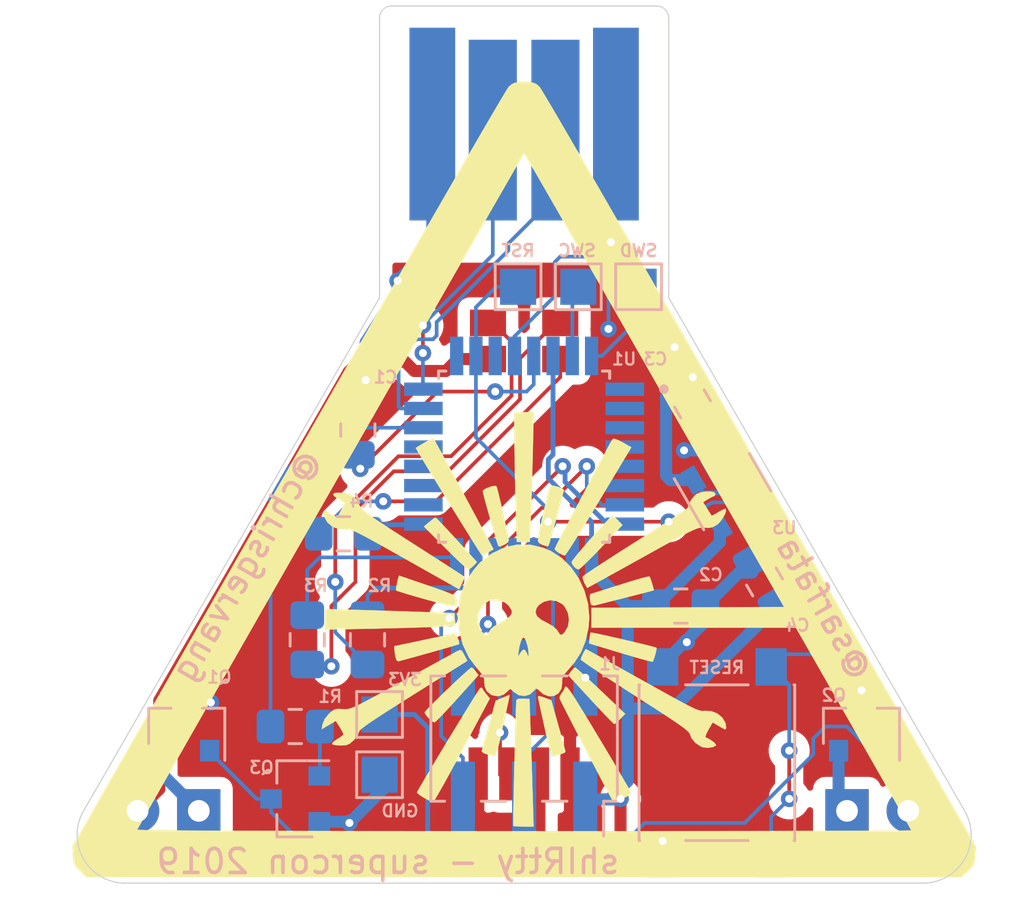
<source format=kicad_pcb>
(kicad_pcb (version 20171130) (host pcbnew "(5.1.4-0-10_14)")

  (general
    (thickness 1.6)
    (drawings 13)
    (tracks 286)
    (zones 0)
    (modules 26)
    (nets 26)
  )

  (page A4)
  (layers
    (0 F.Cu signal)
    (31 B.Cu signal)
    (32 B.Adhes user)
    (33 F.Adhes user)
    (34 B.Paste user)
    (35 F.Paste user)
    (36 B.SilkS user)
    (37 F.SilkS user hide)
    (38 B.Mask user)
    (39 F.Mask user)
    (40 Dwgs.User user)
    (41 Cmts.User user)
    (42 Eco1.User user)
    (43 Eco2.User user)
    (44 Edge.Cuts user)
    (45 Margin user)
    (46 B.CrtYd user)
    (47 F.CrtYd user)
    (48 B.Fab user hide)
    (49 F.Fab user hide)
  )

  (setup
    (last_trace_width 0.5)
    (user_trace_width 0.2)
    (user_trace_width 0.5)
    (trace_clearance 0.1524)
    (zone_clearance 0.508)
    (zone_45_only no)
    (trace_min 0.1524)
    (via_size 0.6858)
    (via_drill 0.3302)
    (via_min_size 0.508)
    (via_min_drill 0.254)
    (uvia_size 0.6858)
    (uvia_drill 0.3302)
    (uvias_allowed no)
    (uvia_min_size 0.2)
    (uvia_min_drill 0.1)
    (edge_width 0.05)
    (segment_width 0.2)
    (pcb_text_width 0.3)
    (pcb_text_size 1.5 1.5)
    (mod_edge_width 0.12)
    (mod_text_size 1 1)
    (mod_text_width 0.15)
    (pad_size 1.524 1.524)
    (pad_drill 0.762)
    (pad_to_mask_clearance 0.051)
    (solder_mask_min_width 0.25)
    (aux_axis_origin 0 0)
    (visible_elements FFFFFF7F)
    (pcbplotparams
      (layerselection 0x010fc_ffffffff)
      (usegerberextensions false)
      (usegerberattributes false)
      (usegerberadvancedattributes false)
      (creategerberjobfile false)
      (excludeedgelayer true)
      (linewidth 0.100000)
      (plotframeref false)
      (viasonmask false)
      (mode 1)
      (useauxorigin false)
      (hpglpennumber 1)
      (hpglpenspeed 20)
      (hpglpendiameter 15.000000)
      (psnegative false)
      (psa4output false)
      (plotreference true)
      (plotvalue true)
      (plotinvisibletext false)
      (padsonsilk false)
      (subtractmaskfromsilk false)
      (outputformat 1)
      (mirror false)
      (drillshape 0)
      (scaleselection 1)
      (outputdirectory "gerbers"))
  )

  (net 0 "")
  (net 1 GND)
  (net 2 "Net-(C1-Pad1)")
  (net 3 +3V3)
  (net 4 /VBUS)
  (net 5 "Net-(D1-Pad1)")
  (net 6 "Net-(D2-Pad1)")
  (net 7 /USB_DP)
  (net 8 /USB_DM)
  (net 9 /IRTX)
  (net 10 /SWDIO)
  (net 11 /SWCLK)
  (net 12 "Net-(D3-Pad3)")
  (net 13 "Net-(D3-Pad2)")
  (net 14 "Net-(D3-Pad1)")
  (net 15 /RESET)
  (net 16 "Net-(Q1-Pad1)")
  (net 17 "Net-(Q3-Pad1)")
  (net 18 /RGB_R)
  (net 19 /RGB_G)
  (net 20 /RGB_B)
  (net 21 /IRRX_D13)
  (net 22 /SCL_D2)
  (net 23 /SDA_D0)
  (net 24 /GPIO1_RXD_D3)
  (net 25 /GPIO2_TXD_D4)

  (net_class Default "This is the default net class."
    (clearance 0.1524)
    (trace_width 0.1524)
    (via_dia 0.6858)
    (via_drill 0.3302)
    (uvia_dia 0.6858)
    (uvia_drill 0.3302)
    (add_net +3V3)
    (add_net /GPIO1_RXD_D3)
    (add_net /GPIO2_TXD_D4)
    (add_net /IRRX_D13)
    (add_net /IRTX)
    (add_net /RESET)
    (add_net /RGB_B)
    (add_net /RGB_G)
    (add_net /RGB_R)
    (add_net /SCL_D2)
    (add_net /SDA_D0)
    (add_net /SWCLK)
    (add_net /SWDIO)
    (add_net /USB_DM)
    (add_net /USB_DP)
    (add_net /VBUS)
    (add_net GND)
    (add_net "Net-(C1-Pad1)")
    (add_net "Net-(D1-Pad1)")
    (add_net "Net-(D2-Pad1)")
    (add_net "Net-(D3-Pad1)")
    (add_net "Net-(D3-Pad2)")
    (add_net "Net-(D3-Pad3)")
    (add_net "Net-(Q1-Pad1)")
    (add_net "Net-(Q3-Pad1)")
  )

  (module LED_SMD:LED_Avago_PLCC4_3.2x2.8mm_CW (layer F.Cu) (tedit 5DB77A11) (tstamp 5DB671E9)
    (at 120 77.5)
    (descr https://docs.broadcom.com/docs/AV02-4186EN)
    (tags "LED Avago PLCC-4 ASMB-MTB0-0A3A2")
    (path /5DB02870)
    (attr smd)
    (fp_text reference D3 (at 0 -2.65) (layer F.SilkS) hide
      (effects (font (size 0.5 0.5) (thickness 0.1)))
    )
    (fp_text value LED_RGBA (at 0 2.65) (layer F.Fab)
      (effects (font (size 1 1) (thickness 0.15)))
    )
    (fp_circle (center 0 0) (end 1.12 0) (layer F.Fab) (width 0.1))
    (fp_line (start 2.5 1.65) (end -2.5 1.65) (layer F.CrtYd) (width 0.05))
    (fp_line (start 2.5 1.65) (end 2.5 -1.65) (layer F.CrtYd) (width 0.05))
    (fp_line (start -2.5 -1.65) (end -2.5 1.65) (layer F.CrtYd) (width 0.05))
    (fp_line (start -2.5 -1.65) (end 2.5 -1.65) (layer F.CrtYd) (width 0.05))
    (fp_line (start 1.6 -1.4) (end -1.6 -1.4) (layer F.Fab) (width 0.1))
    (fp_line (start 1.6 1.4) (end 1.6 -1.4) (layer F.Fab) (width 0.1))
    (fp_line (start -1.6 1.4) (end 1.6 1.4) (layer F.Fab) (width 0.1))
    (fp_line (start -1.6 -1.4) (end -1.6 1.4) (layer F.Fab) (width 0.1))
    (fp_line (start -0.6 -1.4) (end -1.6 -0.4) (layer F.Fab) (width 0.1))
    (fp_text user %R (at 0 0) (layer F.Fab)
      (effects (font (size 0.5 0.5) (thickness 0.1)))
    )
    (pad 4 smd rect (at -1.5 0.75) (size 1.5 1.1) (layers F.Cu F.Paste F.Mask)
      (net 3 +3V3))
    (pad 3 smd rect (at 1.5 0.75) (size 1.5 1.1) (layers F.Cu F.Paste F.Mask)
      (net 12 "Net-(D3-Pad3)"))
    (pad 2 smd rect (at 1.5 -0.75) (size 1.5 1.1) (layers F.Cu F.Paste F.Mask)
      (net 13 "Net-(D3-Pad2)"))
    (pad 1 smd rect (at -1.5 -0.75) (size 1.5 1.1) (layers F.Cu F.Paste F.Mask)
      (net 14 "Net-(D3-Pad1)"))
    (model ${KISYS3DMOD}/LED_SMD.3dshapes/LED_Avago_PLCC4_3.2x2.8mm_CW.wrl
      (at (xyz 0 0 0))
      (scale (xyz 1 1 1))
      (rotate (xyz 0 0 0))
    )
  )

  (module LED_THT:LED_D5.0mm (layer F.Cu) (tedit 5DB779FA) (tstamp 5DB66FDE)
    (at 106.5 97 180)
    (descr "LED, diameter 5.0mm, 2 pins, http://cdn-reichelt.de/documents/datenblatt/A500/LL-504BC2E-009.pdf")
    (tags "LED diameter 5.0mm 2 pins")
    (path /5DA65EF3)
    (fp_text reference D1 (at 1.27 -3.96 180) (layer F.SilkS) hide
      (effects (font (size 0.5 0.5) (thickness 0.1)))
    )
    (fp_text value LED (at 1.27 3.96 180) (layer F.Fab)
      (effects (font (size 1 1) (thickness 0.15)))
    )
    (fp_text user %R (at 1.25 0 180) (layer F.Fab)
      (effects (font (size 0.5 0.5) (thickness 0.1)))
    )
    (fp_line (start 4.5 -3.25) (end -1.95 -3.25) (layer F.CrtYd) (width 0.05))
    (fp_line (start 4.5 3.25) (end 4.5 -3.25) (layer F.CrtYd) (width 0.05))
    (fp_line (start -1.95 3.25) (end 4.5 3.25) (layer F.CrtYd) (width 0.05))
    (fp_line (start -1.95 -3.25) (end -1.95 3.25) (layer F.CrtYd) (width 0.05))
    (fp_line (start -1.23 -1.469694) (end -1.23 1.469694) (layer F.Fab) (width 0.1))
    (fp_arc (start 1.27 0) (end -1.23 -1.469694) (angle 299.1) (layer F.Fab) (width 0.1))
    (pad 2 thru_hole circle (at 2.54 0 180) (size 1.8 1.8) (drill 0.9) (layers *.Cu *.Mask)
      (net 3 +3V3))
    (pad 1 thru_hole rect (at 0 0 180) (size 1.8 1.8) (drill 0.9) (layers *.Cu *.Mask)
      (net 5 "Net-(D1-Pad1)"))
    (model ${KISYS3DMOD}/LED_THT.3dshapes/LED_D5.0mm.wrl
      (at (xyz 0 0 0))
      (scale (xyz 1 1 1))
      (rotate (xyz 0 0 0))
    )
  )

  (module LED_THT:LED_D5.0mm (layer F.Cu) (tedit 5DB779D7) (tstamp 5DB66FAB)
    (at 133.4 97)
    (descr "LED, diameter 5.0mm, 2 pins, http://cdn-reichelt.de/documents/datenblatt/A500/LL-504BC2E-009.pdf")
    (tags "LED diameter 5.0mm 2 pins")
    (path /5DA673B8)
    (fp_text reference D2 (at 1.27 -3.96) (layer F.SilkS) hide
      (effects (font (size 0.5 0.5) (thickness 0.1)))
    )
    (fp_text value LED (at 1.27 3.96) (layer F.Fab)
      (effects (font (size 1 1) (thickness 0.15)))
    )
    (fp_text user %R (at 1.25 0) (layer F.Fab)
      (effects (font (size 0.5 0.5) (thickness 0.1)))
    )
    (fp_line (start 4.5 -3.25) (end -1.95 -3.25) (layer F.CrtYd) (width 0.05))
    (fp_line (start 4.5 3.25) (end 4.5 -3.25) (layer F.CrtYd) (width 0.05))
    (fp_line (start -1.95 3.25) (end 4.5 3.25) (layer F.CrtYd) (width 0.05))
    (fp_line (start -1.95 -3.25) (end -1.95 3.25) (layer F.CrtYd) (width 0.05))
    (fp_line (start -1.23 -1.469694) (end -1.23 1.469694) (layer F.Fab) (width 0.1))
    (fp_circle (center 1.27 0) (end 3.77 0) (layer F.Fab) (width 0.1))
    (fp_arc (start 1.27 0) (end -1.23 -1.469694) (angle 299.1) (layer F.Fab) (width 0.1))
    (pad 2 thru_hole circle (at 2.54 0) (size 1.8 1.8) (drill 0.9) (layers *.Cu *.Mask)
      (net 3 +3V3))
    (pad 1 thru_hole rect (at 0 0) (size 1.8 1.8) (drill 0.9) (layers *.Cu *.Mask)
      (net 6 "Net-(D2-Pad1)"))
    (model ${KISYS3DMOD}/LED_THT.3dshapes/LED_D5.0mm.wrl
      (at (xyz 0 0 0))
      (scale (xyz 1 1 1))
      (rotate (xyz 0 0 0))
    )
  )

  (module Capacitor_SMD:C_0805_2012Metric_Pad1.15x1.40mm_HandSolder (layer B.Cu) (tedit 5B36C52B) (tstamp 5DB77BEB)
    (at 129.975 87.5 120)
    (descr "Capacitor SMD 0805 (2012 Metric), square (rectangular) end terminal, IPC_7351 nominal with elongated pad for handsoldering. (Body size source: https://docs.google.com/spreadsheets/d/1BsfQQcO9C6DZCsRaXUlFlo91Tg2WpOkGARC1WS5S8t0/edit?usp=sharing), generated with kicad-footprint-generator")
    (tags "capacitor handsolder")
    (path /5DA57ECE)
    (attr smd)
    (fp_text reference C4 (at -2.246346 0.290785 180) (layer B.SilkS)
      (effects (font (size 0.5 0.5) (thickness 0.1)) (justify mirror))
    )
    (fp_text value 10uF (at 0 -1.65 120) (layer B.Fab)
      (effects (font (size 1 1) (thickness 0.15)) (justify mirror))
    )
    (fp_text user %R (at 0 0 120) (layer B.Fab)
      (effects (font (size 0.5 0.5) (thickness 0.1)) (justify mirror))
    )
    (fp_line (start 1.85 -0.95) (end -1.85 -0.95) (layer B.CrtYd) (width 0.05))
    (fp_line (start 1.85 0.95) (end 1.85 -0.95) (layer B.CrtYd) (width 0.05))
    (fp_line (start -1.85 0.95) (end 1.85 0.95) (layer B.CrtYd) (width 0.05))
    (fp_line (start -1.85 -0.95) (end -1.85 0.95) (layer B.CrtYd) (width 0.05))
    (fp_line (start -0.261252 -0.71) (end 0.261252 -0.71) (layer B.SilkS) (width 0.12))
    (fp_line (start -0.261252 0.71) (end 0.261252 0.71) (layer B.SilkS) (width 0.12))
    (fp_line (start 1 -0.6) (end -1 -0.6) (layer B.Fab) (width 0.1))
    (fp_line (start 1 0.6) (end 1 -0.6) (layer B.Fab) (width 0.1))
    (fp_line (start -1 0.6) (end 1 0.6) (layer B.Fab) (width 0.1))
    (fp_line (start -1 -0.6) (end -1 0.6) (layer B.Fab) (width 0.1))
    (pad 2 smd roundrect (at 1.025 0 120) (size 1.15 1.4) (layers B.Cu B.Paste B.Mask) (roundrect_rratio 0.217391)
      (net 1 GND))
    (pad 1 smd roundrect (at -1.025 0 120) (size 1.15 1.4) (layers B.Cu B.Paste B.Mask) (roundrect_rratio 0.217391)
      (net 3 +3V3))
    (model ${KISYS3DMOD}/Capacitor_SMD.3dshapes/C_0805_2012Metric.wrl
      (at (xyz 0 0 0))
      (scale (xyz 1 1 1))
      (rotate (xyz 0 0 0))
    )
  )

  (module Capacitor_SMD:C_0805_2012Metric_Pad1.15x1.40mm_HandSolder (layer B.Cu) (tedit 5B36C52B) (tstamp 5DB6B46D)
    (at 126.9875 80.112324 300)
    (descr "Capacitor SMD 0805 (2012 Metric), square (rectangular) end terminal, IPC_7351 nominal with elongated pad for handsoldering. (Body size source: https://docs.google.com/spreadsheets/d/1BsfQQcO9C6DZCsRaXUlFlo91Tg2WpOkGARC1WS5S8t0/edit?usp=sharing), generated with kicad-footprint-generator")
    (tags "capacitor handsolder")
    (path /5DA57303)
    (attr smd)
    (fp_text reference C3 (at -2.38157 0.400352 180) (layer B.SilkS)
      (effects (font (size 0.5 0.5) (thickness 0.1)) (justify mirror))
    )
    (fp_text value 10uF (at 0 -1.65 120) (layer B.Fab)
      (effects (font (size 1 1) (thickness 0.15)) (justify mirror))
    )
    (fp_text user %R (at 0 0 120) (layer B.Fab)
      (effects (font (size 0.5 0.5) (thickness 0.1)) (justify mirror))
    )
    (fp_line (start 1.85 -0.95) (end -1.85 -0.95) (layer B.CrtYd) (width 0.05))
    (fp_line (start 1.85 0.95) (end 1.85 -0.95) (layer B.CrtYd) (width 0.05))
    (fp_line (start -1.85 0.95) (end 1.85 0.95) (layer B.CrtYd) (width 0.05))
    (fp_line (start -1.85 -0.95) (end -1.85 0.95) (layer B.CrtYd) (width 0.05))
    (fp_line (start -0.261252 -0.71) (end 0.261252 -0.71) (layer B.SilkS) (width 0.12))
    (fp_line (start -0.261252 0.71) (end 0.261252 0.71) (layer B.SilkS) (width 0.12))
    (fp_line (start 1 -0.6) (end -1 -0.6) (layer B.Fab) (width 0.1))
    (fp_line (start 1 0.6) (end 1 -0.6) (layer B.Fab) (width 0.1))
    (fp_line (start -1 0.6) (end 1 0.6) (layer B.Fab) (width 0.1))
    (fp_line (start -1 -0.6) (end -1 0.6) (layer B.Fab) (width 0.1))
    (pad 2 smd roundrect (at 1.025 0 300) (size 1.15 1.4) (layers B.Cu B.Paste B.Mask) (roundrect_rratio 0.217391)
      (net 1 GND))
    (pad 1 smd roundrect (at -1.025 0 300) (size 1.15 1.4) (layers B.Cu B.Paste B.Mask) (roundrect_rratio 0.217391)
      (net 4 /VBUS))
    (model ${KISYS3DMOD}/Capacitor_SMD.3dshapes/C_0805_2012Metric.wrl
      (at (xyz 0 0 0))
      (scale (xyz 1 1 1))
      (rotate (xyz 0 0 0))
    )
  )

  (module Capacitor_SMD:C_0805_2012Metric_Pad1.15x1.40mm_HandSolder (layer B.Cu) (tedit 5B36C52B) (tstamp 5DB6A10C)
    (at 126.5 88.5)
    (descr "Capacitor SMD 0805 (2012 Metric), square (rectangular) end terminal, IPC_7351 nominal with elongated pad for handsoldering. (Body size source: https://docs.google.com/spreadsheets/d/1BsfQQcO9C6DZCsRaXUlFlo91Tg2WpOkGARC1WS5S8t0/edit?usp=sharing), generated with kicad-footprint-generator")
    (tags "capacitor handsolder")
    (path /5DA5D9B9)
    (attr smd)
    (fp_text reference C2 (at 1.25 -1.3) (layer B.SilkS)
      (effects (font (size 0.5 0.5) (thickness 0.1)) (justify mirror))
    )
    (fp_text value 1uF (at 0 -1.65) (layer B.Fab)
      (effects (font (size 1 1) (thickness 0.15)) (justify mirror))
    )
    (fp_text user %R (at 0 0) (layer B.Fab)
      (effects (font (size 0.5 0.5) (thickness 0.1)) (justify mirror))
    )
    (fp_line (start 1.85 -0.95) (end -1.85 -0.95) (layer B.CrtYd) (width 0.05))
    (fp_line (start 1.85 0.95) (end 1.85 -0.95) (layer B.CrtYd) (width 0.05))
    (fp_line (start -1.85 0.95) (end 1.85 0.95) (layer B.CrtYd) (width 0.05))
    (fp_line (start -1.85 -0.95) (end -1.85 0.95) (layer B.CrtYd) (width 0.05))
    (fp_line (start -0.261252 -0.71) (end 0.261252 -0.71) (layer B.SilkS) (width 0.12))
    (fp_line (start -0.261252 0.71) (end 0.261252 0.71) (layer B.SilkS) (width 0.12))
    (fp_line (start 1 -0.6) (end -1 -0.6) (layer B.Fab) (width 0.1))
    (fp_line (start 1 0.6) (end 1 -0.6) (layer B.Fab) (width 0.1))
    (fp_line (start -1 0.6) (end 1 0.6) (layer B.Fab) (width 0.1))
    (fp_line (start -1 -0.6) (end -1 0.6) (layer B.Fab) (width 0.1))
    (pad 2 smd roundrect (at 1.025 0) (size 1.15 1.4) (layers B.Cu B.Paste B.Mask) (roundrect_rratio 0.217391)
      (net 1 GND))
    (pad 1 smd roundrect (at -1.025 0) (size 1.15 1.4) (layers B.Cu B.Paste B.Mask) (roundrect_rratio 0.217391)
      (net 3 +3V3))
    (model ${KISYS3DMOD}/Capacitor_SMD.3dshapes/C_0805_2012Metric.wrl
      (at (xyz 0 0 0))
      (scale (xyz 1 1 1))
      (rotate (xyz 0 0 0))
    )
  )

  (module Capacitor_SMD:C_0805_2012Metric_Pad1.15x1.40mm_HandSolder (layer B.Cu) (tedit 5B36C52B) (tstamp 5DB6AEA9)
    (at 113.1 81.2 90)
    (descr "Capacitor SMD 0805 (2012 Metric), square (rectangular) end terminal, IPC_7351 nominal with elongated pad for handsoldering. (Body size source: https://docs.google.com/spreadsheets/d/1BsfQQcO9C6DZCsRaXUlFlo91Tg2WpOkGARC1WS5S8t0/edit?usp=sharing), generated with kicad-footprint-generator")
    (tags "capacitor handsolder")
    (path /5DA472A6)
    (attr smd)
    (fp_text reference C1 (at 2.2 1.15 180) (layer B.SilkS)
      (effects (font (size 0.5 0.5) (thickness 0.1)) (justify mirror))
    )
    (fp_text value 1uF (at 0 -1.65 90) (layer B.Fab)
      (effects (font (size 1 1) (thickness 0.15)) (justify mirror))
    )
    (fp_text user %R (at 0 0 90) (layer B.Fab)
      (effects (font (size 0.5 0.5) (thickness 0.1)) (justify mirror))
    )
    (fp_line (start 1.85 -0.95) (end -1.85 -0.95) (layer B.CrtYd) (width 0.05))
    (fp_line (start 1.85 0.95) (end 1.85 -0.95) (layer B.CrtYd) (width 0.05))
    (fp_line (start -1.85 0.95) (end 1.85 0.95) (layer B.CrtYd) (width 0.05))
    (fp_line (start -1.85 -0.95) (end -1.85 0.95) (layer B.CrtYd) (width 0.05))
    (fp_line (start -0.261252 -0.71) (end 0.261252 -0.71) (layer B.SilkS) (width 0.12))
    (fp_line (start -0.261252 0.71) (end 0.261252 0.71) (layer B.SilkS) (width 0.12))
    (fp_line (start 1 -0.6) (end -1 -0.6) (layer B.Fab) (width 0.1))
    (fp_line (start 1 0.6) (end 1 -0.6) (layer B.Fab) (width 0.1))
    (fp_line (start -1 0.6) (end 1 0.6) (layer B.Fab) (width 0.1))
    (fp_line (start -1 -0.6) (end -1 0.6) (layer B.Fab) (width 0.1))
    (pad 2 smd roundrect (at 1.025 0 90) (size 1.15 1.4) (layers B.Cu B.Paste B.Mask) (roundrect_rratio 0.217391)
      (net 1 GND))
    (pad 1 smd roundrect (at -1.025 0 90) (size 1.15 1.4) (layers B.Cu B.Paste B.Mask) (roundrect_rratio 0.217391)
      (net 2 "Net-(C1-Pad1)"))
    (model ${KISYS3DMOD}/Capacitor_SMD.3dshapes/C_0805_2012Metric.wrl
      (at (xyz 0 0 0))
      (scale (xyz 1 1 1))
      (rotate (xyz 0 0 0))
    )
  )

  (module Resistor_SMD:R_0805_2012Metric_Pad1.15x1.40mm_HandSolder (layer B.Cu) (tedit 5B36C52B) (tstamp 5DB6742A)
    (at 112.5 85.5)
    (descr "Resistor SMD 0805 (2012 Metric), square (rectangular) end terminal, IPC_7351 nominal with elongated pad for handsoldering. (Body size source: https://docs.google.com/spreadsheets/d/1BsfQQcO9C6DZCsRaXUlFlo91Tg2WpOkGARC1WS5S8t0/edit?usp=sharing), generated with kicad-footprint-generator")
    (tags "resistor handsolder")
    (path /5DB13824)
    (attr smd)
    (fp_text reference R4 (at 0.75 -1.35) (layer B.SilkS)
      (effects (font (size 0.5 0.5) (thickness 0.1)) (justify mirror))
    )
    (fp_text value 1k (at 0 -1.65) (layer B.Fab)
      (effects (font (size 1 1) (thickness 0.15)) (justify mirror))
    )
    (fp_text user %R (at 0 0) (layer B.Fab)
      (effects (font (size 0.5 0.5) (thickness 0.1)) (justify mirror))
    )
    (fp_line (start 1.85 -0.95) (end -1.85 -0.95) (layer B.CrtYd) (width 0.05))
    (fp_line (start 1.85 0.95) (end 1.85 -0.95) (layer B.CrtYd) (width 0.05))
    (fp_line (start -1.85 0.95) (end 1.85 0.95) (layer B.CrtYd) (width 0.05))
    (fp_line (start -1.85 -0.95) (end -1.85 0.95) (layer B.CrtYd) (width 0.05))
    (fp_line (start -0.261252 -0.71) (end 0.261252 -0.71) (layer B.SilkS) (width 0.12))
    (fp_line (start -0.261252 0.71) (end 0.261252 0.71) (layer B.SilkS) (width 0.12))
    (fp_line (start 1 -0.6) (end -1 -0.6) (layer B.Fab) (width 0.1))
    (fp_line (start 1 0.6) (end 1 -0.6) (layer B.Fab) (width 0.1))
    (fp_line (start -1 0.6) (end 1 0.6) (layer B.Fab) (width 0.1))
    (fp_line (start -1 -0.6) (end -1 0.6) (layer B.Fab) (width 0.1))
    (pad 2 smd roundrect (at 1.025 0) (size 1.15 1.4) (layers B.Cu B.Paste B.Mask) (roundrect_rratio 0.217391)
      (net 20 /RGB_B))
    (pad 1 smd roundrect (at -1.025 0) (size 1.15 1.4) (layers B.Cu B.Paste B.Mask) (roundrect_rratio 0.217391)
      (net 12 "Net-(D3-Pad3)"))
    (model ${KISYS3DMOD}/Resistor_SMD.3dshapes/R_0805_2012Metric.wrl
      (at (xyz 0 0 0))
      (scale (xyz 1 1 1))
      (rotate (xyz 0 0 0))
    )
  )

  (module Resistor_SMD:R_0805_2012Metric_Pad1.15x1.40mm_HandSolder (layer B.Cu) (tedit 5B36C52B) (tstamp 5DB69F67)
    (at 111 89.9 90)
    (descr "Resistor SMD 0805 (2012 Metric), square (rectangular) end terminal, IPC_7351 nominal with elongated pad for handsoldering. (Body size source: https://docs.google.com/spreadsheets/d/1BsfQQcO9C6DZCsRaXUlFlo91Tg2WpOkGARC1WS5S8t0/edit?usp=sharing), generated with kicad-footprint-generator")
    (tags "resistor handsolder")
    (path /5DB13404)
    (attr smd)
    (fp_text reference R3 (at 2.25 0.35) (layer B.SilkS)
      (effects (font (size 0.5 0.5) (thickness 0.1)) (justify mirror))
    )
    (fp_text value 1k (at 0 -1.65 270) (layer B.Fab)
      (effects (font (size 1 1) (thickness 0.15)) (justify mirror))
    )
    (fp_text user %R (at 0 0 270) (layer B.Fab)
      (effects (font (size 0.5 0.5) (thickness 0.1)) (justify mirror))
    )
    (fp_line (start 1.85 -0.95) (end -1.85 -0.95) (layer B.CrtYd) (width 0.05))
    (fp_line (start 1.85 0.95) (end 1.85 -0.95) (layer B.CrtYd) (width 0.05))
    (fp_line (start -1.85 0.95) (end 1.85 0.95) (layer B.CrtYd) (width 0.05))
    (fp_line (start -1.85 -0.95) (end -1.85 0.95) (layer B.CrtYd) (width 0.05))
    (fp_line (start -0.261252 -0.71) (end 0.261252 -0.71) (layer B.SilkS) (width 0.12))
    (fp_line (start -0.261252 0.71) (end 0.261252 0.71) (layer B.SilkS) (width 0.12))
    (fp_line (start 1 -0.6) (end -1 -0.6) (layer B.Fab) (width 0.1))
    (fp_line (start 1 0.6) (end 1 -0.6) (layer B.Fab) (width 0.1))
    (fp_line (start -1 0.6) (end 1 0.6) (layer B.Fab) (width 0.1))
    (fp_line (start -1 -0.6) (end -1 0.6) (layer B.Fab) (width 0.1))
    (pad 2 smd roundrect (at 1.025 0 90) (size 1.15 1.4) (layers B.Cu B.Paste B.Mask) (roundrect_rratio 0.217391)
      (net 19 /RGB_G))
    (pad 1 smd roundrect (at -1.025 0 90) (size 1.15 1.4) (layers B.Cu B.Paste B.Mask) (roundrect_rratio 0.217391)
      (net 13 "Net-(D3-Pad2)"))
    (model ${KISYS3DMOD}/Resistor_SMD.3dshapes/R_0805_2012Metric.wrl
      (at (xyz 0 0 0))
      (scale (xyz 1 1 1))
      (rotate (xyz 0 0 0))
    )
  )

  (module Resistor_SMD:R_0805_2012Metric_Pad1.15x1.40mm_HandSolder (layer B.Cu) (tedit 5B36C52B) (tstamp 5DB6748A)
    (at 113.5 89.9 90)
    (descr "Resistor SMD 0805 (2012 Metric), square (rectangular) end terminal, IPC_7351 nominal with elongated pad for handsoldering. (Body size source: https://docs.google.com/spreadsheets/d/1BsfQQcO9C6DZCsRaXUlFlo91Tg2WpOkGARC1WS5S8t0/edit?usp=sharing), generated with kicad-footprint-generator")
    (tags "resistor handsolder")
    (path /5DB12F12)
    (attr smd)
    (fp_text reference R2 (at 2.25 0.5 180) (layer B.SilkS)
      (effects (font (size 0.5 0.5) (thickness 0.1)) (justify mirror))
    )
    (fp_text value 1k (at 0 -1.65 90) (layer B.Fab)
      (effects (font (size 1 1) (thickness 0.15)) (justify mirror))
    )
    (fp_text user %R (at 0 0 90) (layer B.Fab)
      (effects (font (size 0.5 0.5) (thickness 0.1)) (justify mirror))
    )
    (fp_line (start 1.85 -0.95) (end -1.85 -0.95) (layer B.CrtYd) (width 0.05))
    (fp_line (start 1.85 0.95) (end 1.85 -0.95) (layer B.CrtYd) (width 0.05))
    (fp_line (start -1.85 0.95) (end 1.85 0.95) (layer B.CrtYd) (width 0.05))
    (fp_line (start -1.85 -0.95) (end -1.85 0.95) (layer B.CrtYd) (width 0.05))
    (fp_line (start -0.261252 -0.71) (end 0.261252 -0.71) (layer B.SilkS) (width 0.12))
    (fp_line (start -0.261252 0.71) (end 0.261252 0.71) (layer B.SilkS) (width 0.12))
    (fp_line (start 1 -0.6) (end -1 -0.6) (layer B.Fab) (width 0.1))
    (fp_line (start 1 0.6) (end 1 -0.6) (layer B.Fab) (width 0.1))
    (fp_line (start -1 0.6) (end 1 0.6) (layer B.Fab) (width 0.1))
    (fp_line (start -1 -0.6) (end -1 0.6) (layer B.Fab) (width 0.1))
    (pad 2 smd roundrect (at 1.025 0 90) (size 1.15 1.4) (layers B.Cu B.Paste B.Mask) (roundrect_rratio 0.217391)
      (net 18 /RGB_R))
    (pad 1 smd roundrect (at -1.025 0 90) (size 1.15 1.4) (layers B.Cu B.Paste B.Mask) (roundrect_rratio 0.217391)
      (net 14 "Net-(D3-Pad1)"))
    (model ${KISYS3DMOD}/Resistor_SMD.3dshapes/R_0805_2012Metric.wrl
      (at (xyz 0 0 0))
      (scale (xyz 1 1 1))
      (rotate (xyz 0 0 0))
    )
  )

  (module Resistor_SMD:R_0805_2012Metric_Pad1.15x1.40mm_HandSolder (layer B.Cu) (tedit 5B36C52B) (tstamp 5DB674BA)
    (at 110.5 93.5 180)
    (descr "Resistor SMD 0805 (2012 Metric), square (rectangular) end terminal, IPC_7351 nominal with elongated pad for handsoldering. (Body size source: https://docs.google.com/spreadsheets/d/1BsfQQcO9C6DZCsRaXUlFlo91Tg2WpOkGARC1WS5S8t0/edit?usp=sharing), generated with kicad-footprint-generator")
    (tags "resistor handsolder")
    (path /5DADF3D1)
    (attr smd)
    (fp_text reference R1 (at -1.45 1.25) (layer B.SilkS)
      (effects (font (size 0.5 0.5) (thickness 0.1)) (justify mirror))
    )
    (fp_text value 1k (at 0 -1.65) (layer B.Fab)
      (effects (font (size 1 1) (thickness 0.15)) (justify mirror))
    )
    (fp_text user %R (at 0 0) (layer B.Fab)
      (effects (font (size 0.5 0.5) (thickness 0.1)) (justify mirror))
    )
    (fp_line (start 1.85 -0.95) (end -1.85 -0.95) (layer B.CrtYd) (width 0.05))
    (fp_line (start 1.85 0.95) (end 1.85 -0.95) (layer B.CrtYd) (width 0.05))
    (fp_line (start -1.85 0.95) (end 1.85 0.95) (layer B.CrtYd) (width 0.05))
    (fp_line (start -1.85 -0.95) (end -1.85 0.95) (layer B.CrtYd) (width 0.05))
    (fp_line (start -0.261252 -0.71) (end 0.261252 -0.71) (layer B.SilkS) (width 0.12))
    (fp_line (start -0.261252 0.71) (end 0.261252 0.71) (layer B.SilkS) (width 0.12))
    (fp_line (start 1 -0.6) (end -1 -0.6) (layer B.Fab) (width 0.1))
    (fp_line (start 1 0.6) (end 1 -0.6) (layer B.Fab) (width 0.1))
    (fp_line (start -1 0.6) (end 1 0.6) (layer B.Fab) (width 0.1))
    (fp_line (start -1 -0.6) (end -1 0.6) (layer B.Fab) (width 0.1))
    (pad 2 smd roundrect (at 1.025 0 180) (size 1.15 1.4) (layers B.Cu B.Paste B.Mask) (roundrect_rratio 0.217391)
      (net 9 /IRTX))
    (pad 1 smd roundrect (at -1.025 0 180) (size 1.15 1.4) (layers B.Cu B.Paste B.Mask) (roundrect_rratio 0.217391)
      (net 17 "Net-(Q3-Pad1)"))
    (model ${KISYS3DMOD}/Resistor_SMD.3dshapes/R_0805_2012Metric.wrl
      (at (xyz 0 0 0))
      (scale (xyz 1 1 1))
      (rotate (xyz 0 0 0))
    )
  )

  (module shirtty:logo (layer F.Cu) (tedit 0) (tstamp 5DB67C3A)
    (at 120 83.3)
    (fp_text reference G*** (at 0 0) (layer F.SilkS) hide
      (effects (font (size 0.5 0.5) (thickness 0.1)))
    )
    (fp_text value LOGO (at 0.75 0) (layer F.SilkS) hide
      (effects (font (size 1.524 1.524) (thickness 0.3)))
    )
    (fp_poly (pts (xy 0.358105 -1.066913) (xy 0.344921 -0.542592) (xy 0.330168 -0.006754) (xy 0.314727 0.511903)
      (xy 0.299481 0.984682) (xy 0.285313 1.382886) (xy 0.27505 1.635125) (xy 0.234736 2.54)
      (xy -0.303442 2.54) (xy -0.346373 1.190625) (xy -0.361289 0.666809) (xy -0.375387 0.071554)
      (xy -0.387583 -0.542012) (xy -0.396795 -1.120758) (xy -0.401027 -1.49225) (xy -0.41275 -2.82575)
      (xy -0.005953 -2.844913) (xy 0.400845 -2.864076) (xy 0.358105 -1.066913)) (layer F.SilkS) (width 0.01))
    (fp_poly (pts (xy 1.245871 0.210575) (xy 1.412216 0.257785) (xy 1.56051 0.316276) (xy 1.644947 0.369841)
      (xy 1.651 0.383234) (xy 1.634814 0.456826) (xy 1.590405 0.629901) (xy 1.52399 0.879703)
      (xy 1.441787 1.183475) (xy 1.350015 1.518459) (xy 1.254892 1.861901) (xy 1.162637 2.191041)
      (xy 1.079469 2.483125) (xy 1.039957 2.619375) (xy 1.007609 2.698026) (xy 0.949221 2.718498)
      (xy 0.826788 2.685618) (xy 0.746125 2.656695) (xy 0.620561 2.580268) (xy 0.5715 2.493277)
      (xy 0.585066 2.365419) (xy 0.622123 2.152188) (xy 0.677204 1.877071) (xy 0.744845 1.563551)
      (xy 0.819581 1.235113) (xy 0.895947 0.915242) (xy 0.968477 0.627424) (xy 1.031708 0.395143)
      (xy 1.080173 0.241883) (xy 1.107281 0.190854) (xy 1.245871 0.210575)) (layer F.SilkS) (width 0.01))
    (fp_poly (pts (xy -1.149432 0.226401) (xy -1.125548 0.296046) (xy -1.080787 0.465521) (xy -1.020689 0.710437)
      (xy -0.950797 1.006403) (xy -0.876652 1.329028) (xy -0.803794 1.653922) (xy -0.737766 1.956695)
      (xy -0.684107 2.212955) (xy -0.648361 2.398312) (xy -0.636041 2.486163) (xy -0.688187 2.565169)
      (xy -0.813177 2.650826) (xy -0.961869 2.714443) (xy -1.054537 2.7305) (xy -1.080558 2.674539)
      (xy -1.13065 2.527252) (xy -1.194361 2.31953) (xy -1.199544 2.301875) (xy -1.362956 1.740948)
      (xy -1.491938 1.292367) (xy -1.589008 0.946969) (xy -1.656681 0.695594) (xy -1.697474 0.529078)
      (xy -1.713903 0.438261) (xy -1.7145 0.426873) (xy -1.65991 0.363749) (xy -1.527977 0.295674)
      (xy -1.366457 0.23959) (xy -1.223105 0.212441) (xy -1.149432 0.226401)) (layer F.SilkS) (width 0.01))
    (fp_poly (pts (xy 3.762094 -1.737271) (xy 3.913296 -1.681211) (xy 4.093398 -1.588846) (xy 4.450524 -1.384519)
      (xy 4.304887 -1.143332) (xy 4.239061 -1.034058) (xy 4.116245 -0.829923) (xy 3.944858 -0.544928)
      (xy 3.733316 -0.193075) (xy 3.490038 0.211637) (xy 3.22344 0.655206) (xy 2.953331 1.104678)
      (xy 2.677743 1.560351) (xy 2.420869 1.97944) (xy 2.190335 2.349931) (xy 1.993765 2.65981)
      (xy 1.838783 2.897064) (xy 1.733016 3.049679) (xy 1.684087 3.105642) (xy 1.683331 3.105694)
      (xy 1.587806 3.071119) (xy 1.446952 2.995903) (xy 1.444738 2.994569) (xy 1.323942 2.907707)
      (xy 1.270275 2.841507) (xy 1.270113 2.839285) (xy 1.277719 2.809393) (xy 1.304487 2.746529)
      (xy 1.35623 2.639384) (xy 1.438757 2.476652) (xy 1.55788 2.247025) (xy 1.71941 1.939195)
      (xy 1.929157 1.541856) (xy 2.190786 1.04775) (xy 2.334517 0.775917) (xy 2.511819 0.439667)
      (xy 2.697355 0.087092) (xy 2.82647 -0.15875) (xy 3.078259 -0.637702) (xy 3.277671 -1.014592)
      (xy 3.430574 -1.300214) (xy 3.542838 -1.505363) (xy 3.620332 -1.640833) (xy 3.668924 -1.717418)
      (xy 3.685093 -1.737962) (xy 3.762094 -1.737271)) (layer F.SilkS) (width 0.01))
    (fp_poly (pts (xy -3.748331 -1.73485) (xy -3.708314 -1.668073) (xy -3.615912 -1.502991) (xy -3.478605 -1.253303)
      (xy -3.30387 -0.932709) (xy -3.099187 -0.554912) (xy -2.872034 -0.13361) (xy -2.732014 0.127)
      (xy -2.483044 0.590744) (xy -2.241683 1.039871) (xy -2.017597 1.456428) (xy -1.82045 1.822462)
      (xy -1.65991 2.120023) (xy -1.545639 2.331157) (xy -1.513722 2.389828) (xy -1.26653 2.842907)
      (xy -1.494145 2.977203) (xy -1.640365 3.060556) (xy -1.73252 3.107619) (xy -1.744524 3.1115)
      (xy -1.781592 3.059257) (xy -1.878013 2.910057) (xy -2.02672 2.675186) (xy -2.220644 2.365932)
      (xy -2.45272 1.993585) (xy -2.715879 1.569432) (xy -3.003055 1.104762) (xy -3.140787 0.881308)
      (xy -3.435506 0.401749) (xy -3.707666 -0.043065) (xy -3.950421 -0.441796) (xy -4.156921 -0.783105)
      (xy -4.32032 -1.055655) (xy -4.43377 -1.248109) (xy -4.490423 -1.349128) (xy -4.495518 -1.361776)
      (xy -4.289177 -1.493564) (xy -4.081359 -1.610171) (xy -3.901958 -1.696671) (xy -3.780868 -1.738135)
      (xy -3.748331 -1.73485)) (layer F.SilkS) (width 0.01))
    (fp_poly (pts (xy 3.73095 1.505274) (xy 3.857992 1.604194) (xy 3.901314 1.646892) (xy 4.08372 1.837283)
      (xy 3.209831 2.760141) (xy 2.939362 3.041788) (xy 2.694995 3.288753) (xy 2.491175 3.487041)
      (xy 2.342347 3.622658) (xy 2.262956 3.681608) (xy 2.257312 3.683) (xy 2.157115 3.639783)
      (xy 2.073591 3.566874) (xy 1.991895 3.449909) (xy 1.9685 3.379143) (xy 2.008994 3.309473)
      (xy 2.119829 3.164807) (xy 2.285029 2.963311) (xy 2.488622 2.72315) (xy 2.714633 2.462489)
      (xy 2.947089 2.199493) (xy 3.170016 1.952328) (xy 3.367439 1.739159) (xy 3.523385 1.578151)
      (xy 3.62188 1.487469) (xy 3.643486 1.474375) (xy 3.73095 1.505274)) (layer F.SilkS) (width 0.01))
    (fp_poly (pts (xy -3.626719 1.569921) (xy -3.503256 1.694186) (xy -3.321749 1.884298) (xy -3.095736 2.12605)
      (xy -2.838753 2.405238) (xy -2.798603 2.449212) (xy -1.954748 3.374425) (xy -2.099693 3.528712)
      (xy -2.21844 3.634819) (xy -2.30976 3.682766) (xy -2.313795 3.683) (xy -2.37791 3.639899)
      (xy -2.516139 3.519737) (xy -2.713769 3.336219) (xy -2.956088 3.103052) (xy -3.228385 2.833941)
      (xy -3.271101 2.791126) (xy -4.15925 1.899252) (xy -3.937 1.713334) (xy -3.796684 1.601673)
      (xy -3.698994 1.534403) (xy -3.678604 1.525708) (xy -3.626719 1.569921)) (layer F.SilkS) (width 0.01))
    (fp_poly (pts (xy 7.742805 0.447299) (xy 7.883213 0.478724) (xy 7.9375 0.53975) (xy 7.911663 0.624508)
      (xy 7.889875 0.635237) (xy 7.809254 0.665728) (xy 7.67007 0.740855) (xy 7.634873 0.761912)
      (xy 7.427497 0.888351) (xy 7.595792 1.15855) (xy 7.695639 1.317545) (xy 7.764523 1.424796)
      (xy 7.781294 1.449208) (xy 7.839584 1.430375) (xy 7.969464 1.359715) (xy 8.0645 1.30175)
      (xy 8.223748 1.211633) (xy 8.336225 1.167209) (xy 8.365408 1.168741) (xy 8.377413 1.261089)
      (xy 8.324 1.411263) (xy 8.225188 1.583129) (xy 8.101001 1.740551) (xy 7.998744 1.830513)
      (xy 7.821027 1.927915) (xy 7.642336 1.957208) (xy 7.485744 1.946661) (xy 7.410108 1.940138)
      (xy 7.334373 1.942409) (xy 7.247217 1.958903) (xy 7.137316 1.995049) (xy 6.993348 2.056277)
      (xy 6.803989 2.148015) (xy 6.557918 2.275694) (xy 6.243812 2.444741) (xy 5.850347 2.660586)
      (xy 5.366202 2.928658) (xy 4.915619 3.179012) (xy 4.42439 3.451908) (xy 3.968784 3.704613)
      (xy 3.560503 3.930667) (xy 3.211248 4.12361) (xy 2.93272 4.276981) (xy 2.736621 4.384318)
      (xy 2.634654 4.439163) (xy 2.62263 4.445) (xy 2.586224 4.395006) (xy 2.517574 4.27231)
      (xy 2.505286 4.248768) (xy 2.444314 4.095558) (xy 2.430922 3.983537) (xy 2.433035 3.976378)
      (xy 2.491534 3.926933) (xy 2.646186 3.817857) (xy 2.885402 3.656754) (xy 3.197596 3.451231)
      (xy 3.57118 3.208893) (xy 3.994565 2.937347) (xy 4.456164 2.644198) (xy 4.625266 2.537484)
      (xy 5.096237 2.239516) (xy 5.53202 1.961402) (xy 5.921217 1.710598) (xy 6.252428 1.494559)
      (xy 6.514254 1.320739) (xy 6.695296 1.196594) (xy 6.784156 1.129578) (xy 6.791386 1.120846)
      (xy 6.842894 0.952643) (xy 6.957142 0.760034) (xy 7.097583 0.597803) (xy 7.180909 0.536952)
      (xy 7.354043 0.476274) (xy 7.553879 0.446436) (xy 7.742805 0.447299)) (layer F.SilkS) (width 0.01))
    (fp_poly (pts (xy -7.422655 0.506828) (xy -7.171774 0.585755) (xy -6.986408 0.747475) (xy -6.854428 0.977536)
      (xy -6.818546 1.049088) (xy -6.76979 1.119988) (xy -6.697764 1.197794) (xy -6.592072 1.290066)
      (xy -6.442318 1.40436) (xy -6.238107 1.548237) (xy -5.969043 1.729256) (xy -5.62473 1.954973)
      (xy -5.194773 2.232949) (xy -4.668776 2.570743) (xy -4.621993 2.600732) (xy -4.156998 2.898932)
      (xy -3.726018 3.175598) (xy -3.340641 3.423271) (xy -3.012456 3.634491) (xy -2.753049 3.801798)
      (xy -2.574009 3.917733) (xy -2.486922 3.974836) (xy -2.480494 3.97935) (xy -2.488896 4.044959)
      (xy -2.542513 4.182657) (xy -2.575744 4.253511) (xy -2.69875 4.503926) (xy -4.945032 3.236726)
      (xy -5.506022 2.920745) (xy -5.967784 2.662238) (xy -6.341387 2.455727) (xy -6.637904 2.295734)
      (xy -6.868406 2.176781) (xy -7.043963 2.093392) (xy -7.175647 2.040088) (xy -7.274529 2.011391)
      (xy -7.35168 2.001825) (xy -7.418172 2.00591) (xy -7.429311 2.007585) (xy -7.710089 1.999011)
      (xy -7.966439 1.896652) (xy -8.170463 1.721644) (xy -8.294258 1.495122) (xy -8.3185 1.333976)
      (xy -8.312699 1.259401) (xy -8.276748 1.241168) (xy -8.182825 1.28234) (xy -8.03938 1.364721)
      (xy -7.76026 1.528297) (xy -7.593953 1.230742) (xy -7.504685 1.064094) (xy -7.451577 0.95124)
      (xy -7.444449 0.92212) (xy -7.50402 0.88571) (xy -7.634267 0.807039) (xy -7.699375 0.767848)
      (xy -7.873958 0.645551) (xy -7.927857 0.560439) (xy -7.861396 0.51114) (xy -7.762875 0.498124)
      (xy -7.422655 0.506828)) (layer F.SilkS) (width 0.01))
    (fp_poly (pts (xy 5.200266 3.972599) (xy 5.236076 4.045684) (xy 5.286372 4.186351) (xy 5.336623 4.347888)
      (xy 5.372298 4.483583) (xy 5.378865 4.546725) (xy 5.316191 4.565081) (xy 5.149488 4.609326)
      (xy 4.897922 4.674498) (xy 4.580658 4.755635) (xy 4.216863 4.847773) (xy 4.191 4.854292)
      (xy 3.817174 4.948702) (xy 3.48135 5.033909) (xy 3.20469 5.104512) (xy 3.008358 5.155109)
      (xy 2.913517 5.180299) (xy 2.912644 5.180552) (xy 2.804761 5.157358) (xy 2.769769 5.108448)
      (xy 2.743083 4.990932) (xy 2.731084 4.847971) (xy 2.735964 4.733602) (xy 2.753174 4.699)
      (xy 2.817788 4.680581) (xy 2.984653 4.629231) (xy 3.235087 4.550802) (xy 3.550411 4.451152)
      (xy 3.911942 4.336135) (xy 3.969893 4.317634) (xy 4.337538 4.202528) (xy 4.662984 4.10504)
      (xy 4.92733 4.030471) (xy 5.111678 3.98412) (xy 5.197128 3.971288) (xy 5.200266 3.972599)) (layer F.SilkS) (width 0.01))
    (fp_poly (pts (xy -5.123407 3.959365) (xy -4.962137 4.014459) (xy -4.717409 4.098153) (xy -4.407569 4.204174)
      (xy -4.050962 4.326247) (xy -4.0005 4.343525) (xy -3.595758 4.48309) (xy -3.295624 4.590211)
      (xy -3.084175 4.672457) (xy -2.945486 4.737395) (xy -2.863634 4.792591) (xy -2.822695 4.845613)
      (xy -2.806745 4.904029) (xy -2.805814 4.911258) (xy -2.795312 5.034876) (xy -2.807663 5.122369)
      (xy -2.857435 5.17388) (xy -2.959199 5.189549) (xy -3.127523 5.169518) (xy -3.376976 5.113929)
      (xy -3.722127 5.022924) (xy -4.080777 4.923645) (xy -4.450943 4.819012) (xy -4.778361 4.723793)
      (xy -5.043607 4.643855) (xy -5.227255 4.585065) (xy -5.309881 4.553291) (xy -5.311914 4.551753)
      (xy -5.314317 4.483693) (xy -5.293893 4.3437) (xy -5.26018 4.177064) (xy -5.222719 4.029076)
      (xy -5.19105 3.945023) (xy -5.182873 3.939146) (xy -5.123407 3.959365)) (layer F.SilkS) (width 0.01))
    (fp_poly (pts (xy -6.683375 5.366639) (xy -6.16459 5.382239) (xy -5.610454 5.39947) (xy -5.058642 5.41712)
      (xy -4.54683 5.433981) (xy -4.112693 5.448841) (xy -4.0005 5.452826) (xy -2.88925 5.49275)
      (xy -2.870158 5.753743) (xy -2.851066 6.014737) (xy -3.505158 6.054497) (xy -3.734659 6.06581)
      (xy -4.069087 6.078674) (xy -4.48639 6.092423) (xy -4.964515 6.106387) (xy -5.481409 6.119898)
      (xy -6.015019 6.132289) (xy -6.207125 6.13635) (xy -8.255 6.178444) (xy -8.255 5.320374)
      (xy -6.683375 5.366639)) (layer F.SilkS) (width 0.01))
    (fp_poly (pts (xy -2.822577 6.402958) (xy -2.755416 6.526099) (xy -2.705289 6.665821) (xy -2.694909 6.768521)
      (xy -2.701019 6.781915) (xy -2.762667 6.80298) (xy -2.924601 6.851441) (xy -3.164637 6.921072)
      (xy -3.460592 7.005645) (xy -3.790284 7.098933) (xy -4.131529 7.19471) (xy -4.462143 7.286748)
      (xy -4.759946 7.368819) (xy -5.002752 7.434697) (xy -5.16838 7.478154) (xy -5.234099 7.493)
      (xy -5.28957 7.449215) (xy -5.296183 7.439318) (xy -5.330445 7.341198) (xy -5.361031 7.187884)
      (xy -5.381827 7.025591) (xy -5.386718 6.900539) (xy -5.373079 6.858) (xy -5.301056 6.84524)
      (xy -5.124845 6.809723) (xy -4.864376 6.755593) (xy -4.539579 6.686994) (xy -4.170384 6.60807)
      (xy -4.151452 6.604) (xy -3.776801 6.524362) (xy -3.441885 6.454949) (xy -3.167639 6.399955)
      (xy -2.974999 6.363577) (xy -2.884903 6.35001) (xy -2.884055 6.35) (xy -2.822577 6.402958)) (layer F.SilkS) (width 0.01))
    (fp_poly (pts (xy 2.82575 6.305904) (xy 2.992633 6.33814) (xy 3.23943 6.390497) (xy 3.544422 6.457932)
      (xy 3.885886 6.535401) (xy 4.242103 6.61786) (xy 4.591353 6.700267) (xy 4.911914 6.777577)
      (xy 5.182067 6.844748) (xy 5.380091 6.896736) (xy 5.484265 6.928498) (xy 5.494268 6.933601)
      (xy 5.492425 7.00254) (xy 5.461667 7.143069) (xy 5.415441 7.307055) (xy 5.367197 7.446362)
      (xy 5.332922 7.51107) (xy 5.265825 7.501346) (xy 5.095457 7.459202) (xy 4.839913 7.389616)
      (xy 4.517293 7.29757) (xy 4.145691 7.188042) (xy 4.0005 7.144413) (xy 2.69875 6.751257)
      (xy 2.716565 6.538105) (xy 2.735672 6.386255) (xy 2.758387 6.301551) (xy 2.760501 6.298831)
      (xy 2.82575 6.305904)) (layer F.SilkS) (width 0.01))
    (fp_poly (pts (xy 0.253439 2.654299) (xy 0.799157 2.784688) (xy 1.116719 2.918954) (xy 1.56241 3.206412)
      (xy 1.949059 3.590495) (xy 2.266605 4.050655) (xy 2.504987 4.566343) (xy 2.654144 5.11701)
      (xy 2.704014 5.682108) (xy 2.671542 6.094532) (xy 2.551065 6.644047) (xy 2.36458 7.112936)
      (xy 2.094241 7.538087) (xy 1.818168 7.858374) (xy 1.669206 8.027132) (xy 1.5952 8.158173)
      (xy 1.575243 8.297085) (xy 1.578757 8.380412) (xy 1.546312 8.633055) (xy 1.426147 8.819128)
      (xy 1.245105 8.926876) (xy 1.030025 8.944545) (xy 0.807751 8.860379) (xy 0.69372 8.76799)
      (xy 0.573346 8.654836) (xy 0.5037 8.624906) (xy 0.448454 8.668957) (xy 0.42599 8.699866)
      (xy 0.240021 8.867389) (xy 0.0103 8.933158) (xy -0.228519 8.895328) (xy -0.441784 8.752055)
      (xy -0.447192 8.746356) (xy -0.546275 8.654522) (xy -0.608944 8.653824) (xy -0.655325 8.705002)
      (xy -0.848658 8.873239) (xy -1.083664 8.941667) (xy -1.322594 8.900973) (xy -1.36525 8.880174)
      (xy -1.548959 8.733531) (xy -1.636822 8.531854) (xy -1.651 8.360573) (xy -1.665983 8.202543)
      (xy -1.724898 8.062837) (xy -1.848691 7.900886) (xy -1.940484 7.799939) (xy -2.292491 7.3328)
      (xy -2.342671 7.226988) (xy -0.246527 7.226988) (xy -0.24059 7.274136) (xy -0.20339 7.223275)
      (xy -0.179526 7.180514) (xy -0.092278 7.057905) (xy -0.022225 7.002714) (xy 0.048129 7.037652)
      (xy 0.115256 7.155411) (xy 0.115636 7.15645) (xy 0.161495 7.275603) (xy 0.17951 7.279647)
      (xy 0.185132 7.1755) (xy 0.170616 6.998021) (xy 0.127145 6.797036) (xy 0.068036 6.619982)
      (xy 0.006604 6.514292) (xy -0.002471 6.507223) (xy -0.066402 6.529813) (xy -0.132426 6.657361)
      (xy -0.191901 6.868283) (xy -0.226996 7.068103) (xy -0.246527 7.226988) (xy -2.342671 7.226988)
      (xy -2.546393 6.797415) (xy -2.698389 6.210604) (xy -2.733242 5.742707) (xy -1.905 5.742707)
      (xy -1.882574 6.008375) (xy -1.80762 6.197883) (xy -1.773392 6.246186) (xy -1.63557 6.379053)
      (xy -1.52592 6.402673) (xy -1.458566 6.315984) (xy -1.449042 6.270625) (xy -1.383299 6.150279)
      (xy -1.211668 6.01725) (xy -1.072237 5.93725) (xy -0.778282 5.768924) (xy -0.594325 5.629206)
      (xy -0.511532 5.501881) (xy -0.514292 5.463931) (xy 0.470125 5.463931) (xy 0.536982 5.623786)
      (xy 0.721198 5.776296) (xy 0.933829 5.887905) (xy 1.188517 6.032321) (xy 1.359714 6.187729)
      (xy 1.388754 6.230746) (xy 1.478339 6.369409) (xy 1.549833 6.400965) (xy 1.639668 6.333007)
      (xy 1.678548 6.291142) (xy 1.817416 6.050104) (xy 1.862116 5.765838) (xy 1.815835 5.476667)
      (xy 1.681763 5.220915) (xy 1.58077 5.115831) (xy 1.343831 4.988773) (xy 1.078477 4.95816)
      (xy 0.820972 5.0181) (xy 0.607583 5.162705) (xy 0.515147 5.288895) (xy 0.470125 5.463931)
      (xy -0.514292 5.463931) (xy -0.521072 5.370738) (xy -0.614112 5.219563) (xy -0.654612 5.170636)
      (xy -0.787451 5.055255) (xy -0.963457 4.992101) (xy -1.131557 4.968449) (xy -1.332053 4.955933)
      (xy -1.462192 4.980852) (xy -1.577471 5.063639) (xy -1.683445 5.171625) (xy -1.818357 5.331523)
      (xy -1.883995 5.475806) (xy -1.904221 5.665978) (xy -1.905 5.742707) (xy -2.733242 5.742707)
      (xy -2.744679 5.589184) (xy -2.68146 4.949974) (xy -2.63414 4.73075) (xy -2.519066 4.411784)
      (xy -2.333481 4.057913) (xy -2.1052 3.714611) (xy -1.862035 3.427356) (xy -1.801043 3.36859)
      (xy -1.32264 3.0071) (xy -0.815438 2.766735) (xy -0.287419 2.648724) (xy 0.253439 2.654299)) (layer F.SilkS) (width 0.01))
    (fp_poly (pts (xy -2.109036 7.796758) (xy -2.012298 7.908869) (xy -2.011872 7.909454) (xy -1.896493 8.067918)
      (xy -2.773872 9.045108) (xy -3.040503 9.338836) (xy -3.281086 9.597748) (xy -3.482001 9.807685)
      (xy -3.629629 9.954484) (xy -3.710353 10.023984) (xy -3.718745 10.027649) (xy -3.802592 9.988957)
      (xy -3.925591 9.88635) (xy -3.95687 9.8549) (xy -4.066897 9.725188) (xy -4.12486 9.627851)
      (xy -4.1275 9.614113) (xy -4.0835 9.553263) (xy -3.962658 9.422584) (xy -3.781714 9.238106)
      (xy -3.557405 9.015859) (xy -3.306471 8.771873) (xy -3.04565 8.522178) (xy -2.791681 8.282804)
      (xy -2.561303 8.069781) (xy -2.371254 7.899139) (xy -2.238272 7.786908) (xy -2.179925 7.748995)
      (xy -2.109036 7.796758)) (layer F.SilkS) (width 0.01))
    (fp_poly (pts (xy 2.177098 7.790374) (xy 2.314243 7.907332) (xy 2.514912 8.08728) (xy 2.765163 8.317631)
      (xy 3.051052 8.585797) (xy 3.182635 8.710711) (xy 4.19418 9.674422) (xy 3.989633 9.885461)
      (xy 3.859971 10.011018) (xy 3.76656 10.086584) (xy 3.744759 10.0965) (xy 3.689885 10.052303)
      (xy 3.565141 9.930433) (xy 3.386331 9.746968) (xy 3.169255 9.517985) (xy 3.04284 9.382314)
      (xy 2.785734 9.104691) (xy 2.534349 8.833111) (xy 2.312867 8.593706) (xy 2.145467 8.412606)
      (xy 2.105854 8.369702) (xy 1.830459 8.071276) (xy 1.947104 7.911133) (xy 2.044563 7.798102)
      (xy 2.116756 7.749031) (xy 2.11742 7.748995) (xy 2.177098 7.790374)) (layer F.SilkS) (width 0.01))
    (fp_poly (pts (xy -2.586252 7.053424) (xy -2.510072 7.174054) (xy -2.482171 7.227884) (xy -2.357024 7.473194)
      (xy -4.607512 8.885233) (xy -5.186729 9.249974) (xy -5.665095 9.554372) (xy -6.050442 9.803787)
      (xy -6.350602 10.003581) (xy -6.573407 10.159113) (xy -6.726689 10.275743) (xy -6.81828 10.358832)
      (xy -6.856012 10.413741) (xy -6.858 10.425486) (xy -6.900911 10.544883) (xy -7.009473 10.699307)
      (xy -7.0739 10.7696) (xy -7.226655 10.904006) (xy -7.37002 10.967519) (xy -7.566305 10.985236)
      (xy -7.609903 10.9855) (xy -7.800766 10.974427) (xy -7.933972 10.946165) (xy -7.967403 10.924989)
      (xy -7.940146 10.86123) (xy -7.828528 10.768063) (xy -7.74939 10.718614) (xy -7.597572 10.622342)
      (xy -7.505821 10.545708) (xy -7.49349 10.523863) (xy -7.524512 10.445344) (xy -7.603719 10.302053)
      (xy -7.653565 10.220624) (xy -7.81413 9.966273) (xy -8.108424 10.138741) (xy -8.402717 10.311208)
      (xy -8.36078 10.092729) (xy -8.27041 9.879459) (xy -8.096587 9.667343) (xy -8.089287 9.660481)
      (xy -7.939655 9.53312) (xy -7.813786 9.4756) (xy -7.652398 9.468345) (xy -7.5361 9.477809)
      (xy -7.452023 9.484484) (xy -7.371846 9.483531) (xy -7.283701 9.469427) (xy -7.175718 9.436648)
      (xy -7.036028 9.379667) (xy -6.852764 9.292961) (xy -6.614055 9.171006) (xy -6.308033 9.008276)
      (xy -5.922828 8.799248) (xy -5.446573 8.538396) (xy -5.05086 8.321015) (xy -4.565771 8.054494)
      (xy -4.111428 7.804972) (xy -3.700843 7.579586) (xy -3.347031 7.385476) (xy -3.063006 7.229783)
      (xy -2.861783 7.119644) (xy -2.756376 7.062201) (xy -2.748285 7.057849) (xy -2.654538 7.021793)
      (xy -2.586252 7.053424)) (layer F.SilkS) (width 0.01))
    (fp_poly (pts (xy 2.619719 7.014942) (xy 2.776598 7.100499) (xy 3.02118 7.235264) (xy 3.341902 7.412828)
      (xy 3.727202 7.626787) (xy 4.165519 7.870732) (xy 4.645291 8.138256) (xy 4.911999 8.287176)
      (xy 5.484312 8.606449) (xy 5.956923 8.868664) (xy 6.340739 9.079172) (xy 6.646667 9.243323)
      (xy 6.885612 9.366468) (xy 7.068482 9.453957) (xy 7.206184 9.511141) (xy 7.309623 9.543369)
      (xy 7.389707 9.555993) (xy 7.457341 9.554362) (xy 7.486929 9.550355) (xy 7.763685 9.559124)
      (xy 8.019543 9.659954) (xy 8.22588 9.831427) (xy 8.354071 10.052124) (xy 8.382 10.220099)
      (xy 8.37682 10.296858) (xy 8.342639 10.316969) (xy 8.251495 10.277666) (xy 8.103373 10.192567)
      (xy 7.824746 10.029281) (xy 7.648851 10.329424) (xy 7.562126 10.496709) (xy 7.522603 10.613956)
      (xy 7.530602 10.649036) (xy 7.680501 10.718793) (xy 7.825219 10.814931) (xy 7.931186 10.910901)
      (xy 7.964836 10.980156) (xy 7.959868 10.988531) (xy 7.824482 11.054958) (xy 7.627407 11.081878)
      (xy 7.429349 11.063664) (xy 7.366032 11.043563) (xy 7.12237 10.893044) (xy 6.94877 10.686928)
      (xy 6.888576 10.535658) (xy 6.866504 10.483075) (xy 6.815582 10.418858) (xy 6.726487 10.336424)
      (xy 6.589899 10.229186) (xy 6.396495 10.090561) (xy 6.136956 9.913963) (xy 5.801959 9.692808)
      (xy 5.382182 9.42051) (xy 4.868305 9.090485) (xy 4.599282 8.918451) (xy 4.119653 8.610632)
      (xy 3.674964 8.32254) (xy 3.276312 8.061561) (xy 2.93479 7.835082) (xy 2.661491 7.650491)
      (xy 2.467511 7.515174) (xy 2.363942 7.436518) (xy 2.3495 7.420414) (xy 2.374232 7.335322)
      (xy 2.43232 7.20251) (xy 2.499601 7.071463) (xy 2.551914 6.991665) (xy 2.562104 6.985)
      (xy 2.619719 7.014942)) (layer F.SilkS) (width 0.01))
    (fp_poly (pts (xy 0.705564 8.955053) (xy 0.842428 9.003164) (xy 1.126024 9.105144) (xy 1.422077 10.156447)
      (xy 1.518994 10.503439) (xy 1.602386 10.807425) (xy 1.66666 11.047568) (xy 1.706219 11.203029)
      (xy 1.716315 11.25239) (xy 1.660979 11.292668) (xy 1.528628 11.345225) (xy 1.366203 11.39471)
      (xy 1.220647 11.425771) (xy 1.174276 11.429645) (xy 1.140942 11.370845) (xy 1.087222 11.207234)
      (xy 1.018528 10.958357) (xy 0.940272 10.643757) (xy 0.862235 10.302875) (xy 0.780845 9.932451)
      (xy 0.707525 9.597589) (xy 0.647237 9.321052) (xy 0.604946 9.125601) (xy 0.5865 9.038466)
      (xy 0.57558 8.957813) (xy 0.60577 8.931319) (xy 0.705564 8.955053)) (layer F.SilkS) (width 0.01))
    (fp_poly (pts (xy -0.606807 8.913204) (xy -0.619352 8.990044) (xy -0.647301 9.131359) (xy -0.692959 9.34799)
      (xy -0.758631 9.650777) (xy -0.846622 10.05056) (xy -0.959236 10.558179) (xy -1.022559 10.842625)
      (xy -1.090458 11.113448) (xy -1.155278 11.310914) (xy -1.209486 11.413675) (xy -1.227588 11.423437)
      (xy -1.333643 11.403804) (xy -1.502276 11.363526) (xy -1.543885 11.35268) (xy -1.690382 11.296227)
      (xy -1.760366 11.2337) (xy -1.760697 11.216368) (xy -1.736045 11.133363) (xy -1.684103 10.950047)
      (xy -1.611079 10.688612) (xy -1.523185 10.37125) (xy -1.458569 10.136566) (xy -1.181763 9.128883)
      (xy -0.903117 9.009441) (xy -0.736899 8.939586) (xy -0.628292 8.896577) (xy -0.60736 8.89)
      (xy -0.606807 8.913204)) (layer F.SilkS) (width 0.01))
    (fp_poly (pts (xy -1.7316 8.624387) (xy -1.670849 8.728472) (xy -1.565924 8.86512) (xy -1.561117 8.870736)
      (xy -1.42116 9.033447) (xy -2.567955 11.183719) (xy -2.825046 11.662747) (xy -3.065297 12.104603)
      (xy -3.281865 12.497135) (xy -3.467908 12.828193) (xy -3.616583 13.085626) (xy -3.721049 13.257284)
      (xy -3.774461 13.331015) (xy -3.77825 13.332951) (xy -3.865705 13.30346) (xy -4.022132 13.228843)
      (xy -4.143375 13.164027) (xy -4.310802 13.060391) (xy -4.420324 12.972561) (xy -4.445 12.934456)
      (xy -4.413175 12.869831) (xy -4.323465 12.711314) (xy -4.184518 12.473188) (xy -4.004983 12.169739)
      (xy -3.793509 11.815251) (xy -3.558743 11.424009) (xy -3.309335 11.010297) (xy -3.053933 10.5884)
      (xy -2.801185 10.172603) (xy -2.559741 9.777189) (xy -2.338247 9.416444) (xy -2.145354 9.104651)
      (xy -1.989709 8.856097) (xy -1.879961 8.685064) (xy -1.824758 8.605839) (xy -1.823305 8.60425)
      (xy -1.756555 8.584231) (xy -1.7316 8.624387)) (layer F.SilkS) (width 0.01))
    (fp_poly (pts (xy 1.752563 8.550318) (xy 1.803045 8.593911) (xy 1.877825 8.686798) (xy 1.982815 8.837782)
      (xy 2.123925 9.055666) (xy 2.307066 9.349254) (xy 2.53815 9.727349) (xy 2.823087 10.198754)
      (xy 3.101194 10.661319) (xy 3.390964 11.145259) (xy 3.659284 11.59584) (xy 3.899291 12.001349)
      (xy 4.104118 12.350075) (xy 4.266901 12.630307) (xy 4.380775 12.830332) (xy 4.438873 12.93844)
      (xy 4.445 12.953815) (xy 4.393465 13.010018) (xy 4.259274 13.102293) (xy 4.097617 13.196111)
      (xy 3.881076 13.301755) (xy 3.749767 13.335249) (xy 3.694429 13.312006) (xy 3.650319 13.236844)
      (xy 3.55668 13.064824) (xy 3.421517 12.811365) (xy 3.252832 12.491886) (xy 3.058631 12.121806)
      (xy 2.846916 11.716545) (xy 2.625693 11.291519) (xy 2.402965 10.86215) (xy 2.186737 10.443856)
      (xy 1.985012 10.052055) (xy 1.805795 9.702166) (xy 1.657089 9.409609) (xy 1.546899 9.189803)
      (xy 1.483228 9.058166) (xy 1.470809 9.028451) (xy 1.49243 8.918475) (xy 1.54684 8.836344)
      (xy 1.647609 8.688638) (xy 1.70085 8.575803) (xy 1.720468 8.547217) (xy 1.752563 8.550318)) (layer F.SilkS) (width 0.01))
    (fp_poly (pts (xy -0.047625 9.042772) (xy 0.22225 9.056501) (xy 0.261057 10.132125) (xy 0.274714 10.522827)
      (xy 0.29083 11.003634) (xy 0.308214 11.537701) (xy 0.32567 12.088187) (xy 0.342004 12.618248)
      (xy 0.346854 12.779375) (xy 0.393842 14.351) (xy -0.014746 14.351) (xy -0.228919 14.347216)
      (xy -0.38634 14.337336) (xy -0.449792 14.324668) (xy -0.452056 14.259912) (xy -0.451097 14.084432)
      (xy -0.447309 13.814453) (xy -0.441084 13.4662) (xy -0.432814 13.055898) (xy -0.422892 12.599772)
      (xy -0.411711 12.114046) (xy -0.399662 11.614946) (xy -0.387139 11.118696) (xy -0.374534 10.641521)
      (xy -0.362239 10.199646) (xy -0.350647 9.809296) (xy -0.34015 9.486696) (xy -0.331142 9.24807)
      (xy -0.324014 9.109644) (xy -0.323457 9.102396) (xy -0.260127 9.055571) (xy -0.094642 9.041169)
      (xy -0.047625 9.042772)) (layer F.SilkS) (width 0.01))
    (fp_poly (pts (xy 0.240435 -16.536512) (xy 0.397148 -16.512175) (xy 0.513265 -16.455806) (xy 0.631913 -16.354475)
      (xy 0.635288 -16.35125) (xy 0.684972 -16.278839) (xy 0.795424 -16.09959) (xy 0.964601 -15.817043)
      (xy 1.190459 -15.434741) (xy 1.470955 -14.956223) (xy 1.804044 -14.385033) (xy 2.187683 -13.72471)
      (xy 2.619829 -12.978796) (xy 3.098437 -12.150833) (xy 3.621465 -11.244361) (xy 4.186867 -10.262921)
      (xy 4.792602 -9.210056) (xy 5.436625 -8.089305) (xy 6.116892 -6.904211) (xy 6.831359 -5.658315)
      (xy 7.577984 -4.355157) (xy 8.354722 -2.99828) (xy 9.15953 -1.591223) (xy 9.790716 -0.486951)
      (xy 18.747015 15.186848) (xy 18.719184 15.571614) (xy 18.695331 15.797325) (xy 18.648076 15.948909)
      (xy 18.553031 16.079233) (xy 18.428635 16.201439) (xy 18.165917 16.4465) (xy -18.165918 16.4465)
      (xy -18.428636 16.201439) (xy -18.578466 16.050656) (xy -18.661304 15.920237) (xy -18.701539 15.757313)
      (xy -18.719185 15.571614) (xy -18.747016 15.186848) (xy -18.343621 14.480893) (xy -16.054917 14.480893)
      (xy -15.994172 14.487612) (xy -15.808509 14.493976) (xy -15.500009 14.499977) (xy -15.070754 14.505607)
      (xy -14.522826 14.510858) (xy -13.858305 14.515723) (xy -13.079274 14.520194) (xy -12.187813 14.524262)
      (xy -11.186005 14.52792) (xy -10.075931 14.53116) (xy -8.859672 14.533975) (xy -7.539309 14.536355)
      (xy -6.116925 14.538294) (xy -4.594601 14.539784) (xy -2.974417 14.540816) (xy -1.258457 14.541383)
      (xy -0.005292 14.5415) (xy 1.414279 14.541375) (xy 2.800283 14.541008) (xy 4.147378 14.540409)
      (xy 5.450219 14.539588) (xy 6.703461 14.538558) (xy 7.901762 14.537327) (xy 9.039777 14.535908)
      (xy 10.112163 14.534309) (xy 11.113574 14.532543) (xy 12.038669 14.53062) (xy 12.882101 14.52855)
      (xy 13.638528 14.526344) (xy 14.302606 14.524013) (xy 14.868991 14.521567) (xy 15.332338 14.519017)
      (xy 15.687305 14.516374) (xy 15.928546 14.513648) (xy 16.050718 14.51085) (xy 16.0655 14.509473)
      (xy 16.034761 14.450568) (xy 15.945776 14.289991) (xy 15.803393 14.03629) (xy 15.612459 13.698011)
      (xy 15.377822 13.283703) (xy 15.104328 12.801912) (xy 14.796826 12.261185) (xy 14.460162 11.67007)
      (xy 14.099184 11.037115) (xy 13.718739 10.370866) (xy 13.670658 10.286723) (xy 11.275817 6.096)
      (xy 2.794 6.096) (xy 2.794 5.271447) (xy 6.790002 5.255098) (xy 10.786004 5.23875)
      (xy 5.408877 -4.174351) (xy 4.831717 -5.184395) (xy 4.271437 -6.164274) (xy 3.731284 -7.108333)
      (xy 3.214506 -8.010922) (xy 2.724351 -8.866387) (xy 2.264067 -9.669077) (xy 1.836902 -10.413338)
      (xy 1.446104 -11.093518) (xy 1.09492 -11.703964) (xy 0.7866 -12.239025) (xy 0.52439 -12.693047)
      (xy 0.311539 -13.060379) (xy 0.151295 -13.335367) (xy 0.046906 -13.512359) (xy 0.00162 -13.585704)
      (xy 0 -13.587462) (xy -0.033224 -13.533258) (xy -0.126186 -13.374409) (xy -0.27566 -13.116559)
      (xy -0.478416 -12.765353) (xy -0.731225 -12.326436) (xy -1.030859 -11.805453) (xy -1.374089 -11.208048)
      (xy -1.757686 -10.539866) (xy -2.178421 -9.806552) (xy -2.633065 -9.013751) (xy -3.11839 -8.167107)
      (xy -3.631167 -7.272266) (xy -4.168167 -6.334873) (xy -4.726162 -5.360571) (xy -5.301922 -4.355006)
      (xy -5.892218 -3.323822) (xy -6.493823 -2.272665) (xy -7.103506 -1.207179) (xy -7.71804 -0.13301)
      (xy -8.334196 0.944199) (xy -8.948745 2.018803) (xy -9.558457 3.085156) (xy -10.160105 4.137614)
      (xy -10.750459 5.170532) (xy -11.32629 6.178265) (xy -11.884371 7.155169) (xy -12.421472 8.095598)
      (xy -12.934364 8.993908) (xy -13.419818 9.844454) (xy -13.874606 10.641592) (xy -14.295499 11.379676)
      (xy -14.679269 12.053061) (xy -15.022685 12.656104) (xy -15.32252 13.183158) (xy -15.575545 13.62858)
      (xy -15.778531 13.986724) (xy -15.928249 14.251946) (xy -16.02147 14.418601) (xy -16.054917 14.480893)
      (xy -18.343621 14.480893) (xy -9.790717 -0.486951) (xy -8.965881 -1.929885) (xy -8.167557 -3.32534)
      (xy -7.397789 -4.669775) (xy -6.658619 -5.959649) (xy -5.952092 -7.19142) (xy -5.280252 -8.361547)
      (xy -4.645141 -9.466489) (xy -4.048804 -10.502705) (xy -3.493284 -11.466654) (xy -2.980625 -12.354793)
      (xy -2.512871 -13.163583) (xy -2.092065 -13.889482) (xy -1.720251 -14.528948) (xy -1.399472 -15.078441)
      (xy -1.131773 -15.534419) (xy -0.919197 -15.893341) (xy -0.763787 -16.151666) (xy -0.667588 -16.305852)
      (xy -0.635289 -16.35125) (xy -0.516025 -16.453873) (xy -0.400371 -16.511209) (xy -0.2452 -16.53619)
      (xy -0.007386 -16.541749) (xy 0 -16.54175) (xy 0.240435 -16.536512)) (layer F.SilkS) (width 0.01))
  )

  (module Connector_PinHeader_2.54mm:PinHeader_2x03_P2.54mm_Vertical_SMD (layer B.Cu) (tedit 59FED5CC) (tstamp 5DB67E4B)
    (at 120 94 90)
    (descr "surface-mounted straight pin header, 2x03, 2.54mm pitch, double rows")
    (tags "Surface mounted pin header SMD 2x03 2.54mm double row")
    (path /5DA3EC9D)
    (attr smd)
    (fp_text reference J1 (at 3.1 3.55) (layer B.SilkS)
      (effects (font (size 0.5 0.5) (thickness 0.1)) (justify mirror))
    )
    (fp_text value Conn_02x03_Odd_Even (at 0 -4.87 -90) (layer B.Fab)
      (effects (font (size 1 1) (thickness 0.15)) (justify mirror))
    )
    (fp_text user %R (at 0 0) (layer B.Fab)
      (effects (font (size 0.5 0.5) (thickness 0.1)) (justify mirror))
    )
    (fp_line (start 5.9 4.35) (end -5.9 4.35) (layer B.CrtYd) (width 0.05))
    (fp_line (start 5.9 -4.35) (end 5.9 4.35) (layer B.CrtYd) (width 0.05))
    (fp_line (start -5.9 -4.35) (end 5.9 -4.35) (layer B.CrtYd) (width 0.05))
    (fp_line (start -5.9 4.35) (end -5.9 -4.35) (layer B.CrtYd) (width 0.05))
    (fp_line (start 2.6 -0.76) (end 2.6 -1.78) (layer B.SilkS) (width 0.12))
    (fp_line (start -2.6 -0.76) (end -2.6 -1.78) (layer B.SilkS) (width 0.12))
    (fp_line (start 2.6 1.78) (end 2.6 0.76) (layer B.SilkS) (width 0.12))
    (fp_line (start -2.6 1.78) (end -2.6 0.76) (layer B.SilkS) (width 0.12))
    (fp_line (start 2.6 -3.3) (end 2.6 -3.87) (layer B.SilkS) (width 0.12))
    (fp_line (start -2.6 -3.3) (end -2.6 -3.87) (layer B.SilkS) (width 0.12))
    (fp_line (start 2.6 3.87) (end 2.6 3.3) (layer B.SilkS) (width 0.12))
    (fp_line (start -2.6 3.87) (end -2.6 3.3) (layer B.SilkS) (width 0.12))
    (fp_line (start -4.04 3.3) (end -2.6 3.3) (layer B.SilkS) (width 0.12))
    (fp_line (start -2.6 -3.87) (end 2.6 -3.87) (layer B.SilkS) (width 0.12))
    (fp_line (start -2.6 3.87) (end 2.6 3.87) (layer B.SilkS) (width 0.12))
    (fp_line (start 3.6 -2.86) (end 2.54 -2.86) (layer B.Fab) (width 0.1))
    (fp_line (start 3.6 -2.22) (end 3.6 -2.86) (layer B.Fab) (width 0.1))
    (fp_line (start 2.54 -2.22) (end 3.6 -2.22) (layer B.Fab) (width 0.1))
    (fp_line (start -3.6 -2.86) (end -2.54 -2.86) (layer B.Fab) (width 0.1))
    (fp_line (start -3.6 -2.22) (end -3.6 -2.86) (layer B.Fab) (width 0.1))
    (fp_line (start -2.54 -2.22) (end -3.6 -2.22) (layer B.Fab) (width 0.1))
    (fp_line (start 3.6 -0.32) (end 2.54 -0.32) (layer B.Fab) (width 0.1))
    (fp_line (start 3.6 0.32) (end 3.6 -0.32) (layer B.Fab) (width 0.1))
    (fp_line (start 2.54 0.32) (end 3.6 0.32) (layer B.Fab) (width 0.1))
    (fp_line (start -3.6 -0.32) (end -2.54 -0.32) (layer B.Fab) (width 0.1))
    (fp_line (start -3.6 0.32) (end -3.6 -0.32) (layer B.Fab) (width 0.1))
    (fp_line (start -2.54 0.32) (end -3.6 0.32) (layer B.Fab) (width 0.1))
    (fp_line (start 3.6 2.22) (end 2.54 2.22) (layer B.Fab) (width 0.1))
    (fp_line (start 3.6 2.86) (end 3.6 2.22) (layer B.Fab) (width 0.1))
    (fp_line (start 2.54 2.86) (end 3.6 2.86) (layer B.Fab) (width 0.1))
    (fp_line (start -3.6 2.22) (end -2.54 2.22) (layer B.Fab) (width 0.1))
    (fp_line (start -3.6 2.86) (end -3.6 2.22) (layer B.Fab) (width 0.1))
    (fp_line (start -2.54 2.86) (end -3.6 2.86) (layer B.Fab) (width 0.1))
    (fp_line (start 2.54 3.81) (end 2.54 -3.81) (layer B.Fab) (width 0.1))
    (fp_line (start -2.54 2.86) (end -1.59 3.81) (layer B.Fab) (width 0.1))
    (fp_line (start -2.54 -3.81) (end -2.54 2.86) (layer B.Fab) (width 0.1))
    (fp_line (start -1.59 3.81) (end 2.54 3.81) (layer B.Fab) (width 0.1))
    (fp_line (start 2.54 -3.81) (end -2.54 -3.81) (layer B.Fab) (width 0.1))
    (pad 6 smd rect (at 2.525 -2.54 90) (size 3.15 1) (layers B.Cu B.Paste B.Mask)
      (net 25 /GPIO2_TXD_D4))
    (pad 5 smd rect (at -2.525 -2.54 90) (size 3.15 1) (layers B.Cu B.Paste B.Mask)
      (net 24 /GPIO1_RXD_D3))
    (pad 4 smd rect (at 2.525 0 90) (size 3.15 1) (layers B.Cu B.Paste B.Mask)
      (net 22 /SCL_D2))
    (pad 3 smd rect (at -2.525 0 90) (size 3.15 1) (layers B.Cu B.Paste B.Mask)
      (net 23 /SDA_D0))
    (pad 2 smd rect (at 2.525 2.54 90) (size 3.15 1) (layers B.Cu B.Paste B.Mask)
      (net 1 GND))
    (pad 1 smd rect (at -2.525 2.54 90) (size 3.15 1) (layers B.Cu B.Paste B.Mask)
      (net 3 +3V3))
    (model ${KISYS3DMOD}/Connector_PinHeader_2.54mm.3dshapes/PinHeader_2x03_P2.54mm_Vertical_SMD.wrl
      (at (xyz 0 0 0))
      (scale (xyz 1 1 1))
      (rotate (xyz 0 0 0))
    )
  )

  (module tsop77438:TSOP774xx (layer F.Cu) (tedit 5DB647B9) (tstamp 5DB672A9)
    (at 120 96.5 180)
    (path /5DB7455A)
    (fp_text reference U2 (at 0 2.9) (layer F.SilkS) hide
      (effects (font (size 0.5 0.5) (thickness 0.1)))
    )
    (fp_text value TSOP77438 (at 0 -2.2) (layer F.Fab)
      (effects (font (size 1 1) (thickness 0.15)))
    )
    (fp_arc (start -1.7 -0.3) (end -1.100001 -1.199999) (angle -247.3801351) (layer Dwgs.User) (width 0.12))
    (fp_arc (start 1.7 -0.3) (end 1.100001 0.599999) (angle -247.3801351) (layer Dwgs.User) (width 0.12))
    (fp_line (start 1.1 -1.2) (end 1.1 0.6) (layer Dwgs.User) (width 0.12))
    (fp_line (start -1.1 -1.2) (end -1.1 0.6) (layer Dwgs.User) (width 0.12))
    (fp_line (start -3.4 -1.5) (end -3.4 1.5) (layer Dwgs.User) (width 0.12))
    (fp_line (start -3.4 1.5) (end 3.4 1.5) (layer Dwgs.User) (width 0.12))
    (fp_line (start 3.4 1.5) (end 3.4 -1.5) (layer Dwgs.User) (width 0.12))
    (fp_line (start 3.4 -1.5) (end -3.4 -1.5) (layer Dwgs.User) (width 0.12))
    (pad 4 smd rect (at 1.905 0.635 180) (size 0.8 2.2) (drill (offset 0 0.4)) (layers F.Cu F.Paste F.Mask)
      (net 1 GND))
    (pad 3 smd rect (at 0.635 0.635 180) (size 0.8 2.2) (drill (offset 0 0.4)) (layers F.Cu F.Paste F.Mask)
      (net 21 /IRRX_D13))
    (pad 2 smd rect (at -0.635 0.635 180) (size 0.8 2.2) (drill (offset 0 0.4)) (layers F.Cu F.Paste F.Mask)
      (net 3 +3V3))
    (pad 1 smd rect (at -1.905 0.635 180) (size 0.8 2.2) (drill (offset 0 0.4)) (layers F.Cu F.Paste F.Mask)
      (net 1 GND))
  )

  (module Button_Switch_SMD:SW_Push_1P1T_NO_6x6mm_H9.5mm (layer B.Cu) (tedit 5CA1CA7F) (tstamp 5DB67268)
    (at 128 95 270)
    (descr "tactile push button, 6x6mm e.g. PTS645xx series, height=9.5mm")
    (tags "tact sw push 6mm smd")
    (path /5DB85D50)
    (attr smd)
    (fp_text reference RESET (at -3.95 0 180) (layer B.SilkS)
      (effects (font (size 0.5 0.5) (thickness 0.1)) (justify mirror))
    )
    (fp_text value SW_SPST (at 0 -4.15 270) (layer B.Fab)
      (effects (font (size 1 1) (thickness 0.15)) (justify mirror))
    )
    (fp_circle (center 0 0) (end 1.75 0.05) (layer B.Fab) (width 0.1))
    (fp_line (start -3.23 -3.23) (end 3.23 -3.23) (layer B.SilkS) (width 0.12))
    (fp_line (start -3.23 1.3) (end -3.23 -1.3) (layer B.SilkS) (width 0.12))
    (fp_line (start -3.23 3.23) (end 3.23 3.23) (layer B.SilkS) (width 0.12))
    (fp_line (start 3.23 1.3) (end 3.23 -1.3) (layer B.SilkS) (width 0.12))
    (fp_line (start -3.23 3.2) (end -3.23 3.23) (layer B.SilkS) (width 0.12))
    (fp_line (start -3.23 -3.23) (end -3.23 -3.2) (layer B.SilkS) (width 0.12))
    (fp_line (start 3.23 -3.23) (end 3.23 -3.2) (layer B.SilkS) (width 0.12))
    (fp_line (start 3.23 3.23) (end 3.23 3.2) (layer B.SilkS) (width 0.12))
    (fp_line (start -5 3.25) (end 5 3.25) (layer B.CrtYd) (width 0.05))
    (fp_line (start -5 -3.25) (end 5 -3.25) (layer B.CrtYd) (width 0.05))
    (fp_line (start -5 3.25) (end -5 -3.25) (layer B.CrtYd) (width 0.05))
    (fp_line (start 5 -3.25) (end 5 3.25) (layer B.CrtYd) (width 0.05))
    (fp_line (start 3 3) (end -3 3) (layer B.Fab) (width 0.1))
    (fp_line (start 3 -3) (end 3 3) (layer B.Fab) (width 0.1))
    (fp_line (start -3 -3) (end 3 -3) (layer B.Fab) (width 0.1))
    (fp_line (start -3 3) (end -3 -3) (layer B.Fab) (width 0.1))
    (fp_text user %R (at 0 4.05 270) (layer B.Fab)
      (effects (font (size 0.5 0.5) (thickness 0.1)) (justify mirror))
    )
    (pad 2 smd rect (at 3.975 -2.25 270) (size 1.55 1.3) (layers B.Cu B.Paste B.Mask)
      (net 15 /RESET))
    (pad 1 smd rect (at 3.975 2.25 270) (size 1.55 1.3) (layers B.Cu B.Paste B.Mask)
      (net 1 GND))
    (pad 1 smd rect (at -3.975 2.25 270) (size 1.55 1.3) (layers B.Cu B.Paste B.Mask)
      (net 1 GND))
    (pad 2 smd rect (at -3.975 -2.25 270) (size 1.55 1.3) (layers B.Cu B.Paste B.Mask)
      (net 15 /RESET))
    (model ${KISYS3DMOD}/Button_Switch_SMD.3dshapes/SW_PUSH_6mm_H9.5mm.wrl
      (at (xyz 0 0 0))
      (scale (xyz 1 1 1))
      (rotate (xyz 0 0 0))
    )
  )

  (module TestPoint:TestPoint_Pad_1.5x1.5mm (layer B.Cu) (tedit 5A0F774F) (tstamp 5DB672D4)
    (at 114 95.5)
    (descr "SMD rectangular pad as test Point, square 1.5mm side length")
    (tags "test point SMD pad rectangle square")
    (path /5DB9410E)
    (attr virtual)
    (fp_text reference GND (at 0.85 1.5) (layer B.SilkS)
      (effects (font (size 0.5 0.5) (thickness 0.1)) (justify mirror))
    )
    (fp_text value Conn_01x01 (at 0 -1.75) (layer B.Fab)
      (effects (font (size 1 1) (thickness 0.15)) (justify mirror))
    )
    (fp_line (start 1.25 -1.25) (end -1.25 -1.25) (layer B.CrtYd) (width 0.05))
    (fp_line (start 1.25 -1.25) (end 1.25 1.25) (layer B.CrtYd) (width 0.05))
    (fp_line (start -1.25 1.25) (end -1.25 -1.25) (layer B.CrtYd) (width 0.05))
    (fp_line (start -1.25 1.25) (end 1.25 1.25) (layer B.CrtYd) (width 0.05))
    (fp_line (start -0.95 -0.95) (end -0.95 0.95) (layer B.SilkS) (width 0.12))
    (fp_line (start 0.95 -0.95) (end -0.95 -0.95) (layer B.SilkS) (width 0.12))
    (fp_line (start 0.95 0.95) (end 0.95 -0.95) (layer B.SilkS) (width 0.12))
    (fp_line (start -0.95 0.95) (end 0.95 0.95) (layer B.SilkS) (width 0.12))
    (fp_text user %R (at 0 1.65) (layer B.Fab)
      (effects (font (size 0.5 0.5) (thickness 0.1)) (justify mirror))
    )
    (pad 1 smd rect (at 0 0) (size 1.5 1.5) (layers B.Cu B.Mask)
      (net 1 GND))
  )

  (module TestPoint:TestPoint_Pad_1.5x1.5mm (layer B.Cu) (tedit 5A0F774F) (tstamp 5DB672FB)
    (at 124.75 75.25)
    (descr "SMD rectangular pad as test Point, square 1.5mm side length")
    (tags "test point SMD pad rectangle square")
    (path /5DB93F10)
    (attr virtual)
    (fp_text reference SWD (at 0 -1.5) (layer B.SilkS)
      (effects (font (size 0.5 0.5) (thickness 0.1)) (justify mirror))
    )
    (fp_text value Conn_01x01 (at 0 -1.75) (layer B.Fab) hide
      (effects (font (size 1 1) (thickness 0.15)) (justify mirror))
    )
    (fp_line (start 1.25 -1.25) (end -1.25 -1.25) (layer B.CrtYd) (width 0.05))
    (fp_line (start 1.25 -1.25) (end 1.25 1.25) (layer B.CrtYd) (width 0.05))
    (fp_line (start -1.25 1.25) (end -1.25 -1.25) (layer B.CrtYd) (width 0.05))
    (fp_line (start -1.25 1.25) (end 1.25 1.25) (layer B.CrtYd) (width 0.05))
    (fp_line (start -0.95 -0.95) (end -0.95 0.95) (layer B.SilkS) (width 0.12))
    (fp_line (start 0.95 -0.95) (end -0.95 -0.95) (layer B.SilkS) (width 0.12))
    (fp_line (start 0.95 0.95) (end 0.95 -0.95) (layer B.SilkS) (width 0.12))
    (fp_line (start -0.95 0.95) (end 0.95 0.95) (layer B.SilkS) (width 0.12))
    (fp_text user %R (at 0 1.65) (layer B.Fab)
      (effects (font (size 0.5 0.5) (thickness 0.1)) (justify mirror))
    )
    (pad 1 smd rect (at 0 0) (size 1.5 1.5) (layers B.Cu B.Mask)
      (net 10 /SWDIO))
  )

  (module TestPoint:TestPoint_Pad_1.5x1.5mm (layer B.Cu) (tedit 5A0F774F) (tstamp 5DB67322)
    (at 122.25 75.25)
    (descr "SMD rectangular pad as test Point, square 1.5mm side length")
    (tags "test point SMD pad rectangle square")
    (path /5DB93AB1)
    (attr virtual)
    (fp_text reference SWC (at -0.05 -1.5) (layer B.SilkS)
      (effects (font (size 0.5 0.5) (thickness 0.1)) (justify mirror))
    )
    (fp_text value Conn_01x01 (at 0 -1.75) (layer B.Fab) hide
      (effects (font (size 1 1) (thickness 0.15)) (justify mirror))
    )
    (fp_line (start 1.25 -1.25) (end -1.25 -1.25) (layer B.CrtYd) (width 0.05))
    (fp_line (start 1.25 -1.25) (end 1.25 1.25) (layer B.CrtYd) (width 0.05))
    (fp_line (start -1.25 1.25) (end -1.25 -1.25) (layer B.CrtYd) (width 0.05))
    (fp_line (start -1.25 1.25) (end 1.25 1.25) (layer B.CrtYd) (width 0.05))
    (fp_line (start -0.95 -0.95) (end -0.95 0.95) (layer B.SilkS) (width 0.12))
    (fp_line (start 0.95 -0.95) (end -0.95 -0.95) (layer B.SilkS) (width 0.12))
    (fp_line (start 0.95 0.95) (end 0.95 -0.95) (layer B.SilkS) (width 0.12))
    (fp_line (start -0.95 0.95) (end 0.95 0.95) (layer B.SilkS) (width 0.12))
    (fp_text user %R (at 0 1.65) (layer B.Fab)
      (effects (font (size 0.5 0.5) (thickness 0.1)) (justify mirror))
    )
    (pad 1 smd rect (at 0 0) (size 1.5 1.5) (layers B.Cu B.Mask)
      (net 11 /SWCLK))
  )

  (module TestPoint:TestPoint_Pad_1.5x1.5mm (layer B.Cu) (tedit 5A0F774F) (tstamp 5DB67349)
    (at 119.75 75.25)
    (descr "SMD rectangular pad as test Point, square 1.5mm side length")
    (tags "test point SMD pad rectangle square")
    (path /5DB93691)
    (attr virtual)
    (fp_text reference RST (at 0 -1.5) (layer B.SilkS)
      (effects (font (size 0.5 0.5) (thickness 0.1)) (justify mirror))
    )
    (fp_text value Conn_01x01 (at 0 -1.75) (layer B.Fab)
      (effects (font (size 1 1) (thickness 0.15)) (justify mirror))
    )
    (fp_line (start 1.25 -1.25) (end -1.25 -1.25) (layer B.CrtYd) (width 0.05))
    (fp_line (start 1.25 -1.25) (end 1.25 1.25) (layer B.CrtYd) (width 0.05))
    (fp_line (start -1.25 1.25) (end -1.25 -1.25) (layer B.CrtYd) (width 0.05))
    (fp_line (start -1.25 1.25) (end 1.25 1.25) (layer B.CrtYd) (width 0.05))
    (fp_line (start -0.95 -0.95) (end -0.95 0.95) (layer B.SilkS) (width 0.12))
    (fp_line (start 0.95 -0.95) (end -0.95 -0.95) (layer B.SilkS) (width 0.12))
    (fp_line (start 0.95 0.95) (end 0.95 -0.95) (layer B.SilkS) (width 0.12))
    (fp_line (start -0.95 0.95) (end 0.95 0.95) (layer B.SilkS) (width 0.12))
    (fp_text user %R (at 0 1.65) (layer B.Fab)
      (effects (font (size 0.5 0.5) (thickness 0.1)) (justify mirror))
    )
    (pad 1 smd rect (at 0 0) (size 1.5 1.5) (layers B.Cu B.Mask)
      (net 15 /RESET))
  )

  (module TestPoint:TestPoint_Pad_1.5x1.5mm (layer B.Cu) (tedit 5A0F774F) (tstamp 5DB67370)
    (at 114 93)
    (descr "SMD rectangular pad as test Point, square 1.5mm side length")
    (tags "test point SMD pad rectangle square")
    (path /5DB92BD5)
    (attr virtual)
    (fp_text reference 3V3 (at 1.05 -1.45 180) (layer B.SilkS)
      (effects (font (size 0.5 0.5) (thickness 0.1)) (justify mirror))
    )
    (fp_text value Conn_01x01 (at 0 -1.75) (layer B.Fab)
      (effects (font (size 1 1) (thickness 0.15)) (justify mirror))
    )
    (fp_line (start 1.25 -1.25) (end -1.25 -1.25) (layer B.CrtYd) (width 0.05))
    (fp_line (start 1.25 -1.25) (end 1.25 1.25) (layer B.CrtYd) (width 0.05))
    (fp_line (start -1.25 1.25) (end -1.25 -1.25) (layer B.CrtYd) (width 0.05))
    (fp_line (start -1.25 1.25) (end 1.25 1.25) (layer B.CrtYd) (width 0.05))
    (fp_line (start -0.95 -0.95) (end -0.95 0.95) (layer B.SilkS) (width 0.12))
    (fp_line (start 0.95 -0.95) (end -0.95 -0.95) (layer B.SilkS) (width 0.12))
    (fp_line (start 0.95 0.95) (end 0.95 -0.95) (layer B.SilkS) (width 0.12))
    (fp_line (start -0.95 0.95) (end 0.95 0.95) (layer B.SilkS) (width 0.12))
    (fp_text user %R (at 0 1.65) (layer B.Fab)
      (effects (font (size 0.5 0.5) (thickness 0.1)) (justify mirror))
    )
    (pad 1 smd rect (at 0 0) (size 1.5 1.5) (layers B.Cu B.Mask)
      (net 3 +3V3))
  )

  (module Package_TO_SOT_SMD:SOT-23 (layer B.Cu) (tedit 5A02FF57) (tstamp 5DB674EE)
    (at 110.5 96.5 180)
    (descr "SOT-23, Standard")
    (tags SOT-23)
    (path /5DAECFE5)
    (attr smd)
    (fp_text reference Q3 (at 1.4 1.3) (layer B.SilkS)
      (effects (font (size 0.5 0.5) (thickness 0.1)) (justify mirror))
    )
    (fp_text value Q_NPN_BEC (at 0 -2.5) (layer B.Fab)
      (effects (font (size 1 1) (thickness 0.15)) (justify mirror))
    )
    (fp_line (start 0.76 -1.58) (end -0.7 -1.58) (layer B.SilkS) (width 0.12))
    (fp_line (start 0.76 1.58) (end -1.4 1.58) (layer B.SilkS) (width 0.12))
    (fp_line (start -1.7 -1.75) (end -1.7 1.75) (layer B.CrtYd) (width 0.05))
    (fp_line (start 1.7 -1.75) (end -1.7 -1.75) (layer B.CrtYd) (width 0.05))
    (fp_line (start 1.7 1.75) (end 1.7 -1.75) (layer B.CrtYd) (width 0.05))
    (fp_line (start -1.7 1.75) (end 1.7 1.75) (layer B.CrtYd) (width 0.05))
    (fp_line (start 0.76 1.58) (end 0.76 0.65) (layer B.SilkS) (width 0.12))
    (fp_line (start 0.76 -1.58) (end 0.76 -0.65) (layer B.SilkS) (width 0.12))
    (fp_line (start -0.7 -1.52) (end 0.7 -1.52) (layer B.Fab) (width 0.1))
    (fp_line (start 0.7 1.52) (end 0.7 -1.52) (layer B.Fab) (width 0.1))
    (fp_line (start -0.7 0.95) (end -0.15 1.52) (layer B.Fab) (width 0.1))
    (fp_line (start -0.15 1.52) (end 0.7 1.52) (layer B.Fab) (width 0.1))
    (fp_line (start -0.7 0.95) (end -0.7 -1.5) (layer B.Fab) (width 0.1))
    (fp_text user %R (at 0 0 270) (layer B.Fab)
      (effects (font (size 0.5 0.5) (thickness 0.1)) (justify mirror))
    )
    (pad 3 smd rect (at 1 0 180) (size 0.9 0.8) (layers B.Cu B.Paste B.Mask)
      (net 16 "Net-(Q1-Pad1)"))
    (pad 2 smd rect (at -1 -0.95 180) (size 0.9 0.8) (layers B.Cu B.Paste B.Mask)
      (net 1 GND))
    (pad 1 smd rect (at -1 0.95 180) (size 0.9 0.8) (layers B.Cu B.Paste B.Mask)
      (net 17 "Net-(Q3-Pad1)"))
    (model ${KISYS3DMOD}/Package_TO_SOT_SMD.3dshapes/SOT-23.wrl
      (at (xyz 0 0 0))
      (scale (xyz 1 1 1))
      (rotate (xyz 0 0 0))
    )
  )

  (module Package_TO_SOT_SMD:SOT-23 (layer B.Cu) (tedit 5A02FF57) (tstamp 5DB6845E)
    (at 134 93.5 90)
    (descr "SOT-23, Standard")
    (tags SOT-23)
    (path /5DAEBBA1)
    (attr smd)
    (fp_text reference Q2 (at 1.3 -1.15 180) (layer B.SilkS)
      (effects (font (size 0.5 0.5) (thickness 0.1)) (justify mirror))
    )
    (fp_text value Q_PNP_BEC (at 0 -2.5 90) (layer B.Fab)
      (effects (font (size 1 1) (thickness 0.15)) (justify mirror))
    )
    (fp_line (start 0.76 -1.58) (end -0.7 -1.58) (layer B.SilkS) (width 0.12))
    (fp_line (start 0.76 1.58) (end -1.4 1.58) (layer B.SilkS) (width 0.12))
    (fp_line (start -1.7 -1.75) (end -1.7 1.75) (layer B.CrtYd) (width 0.05))
    (fp_line (start 1.7 -1.75) (end -1.7 -1.75) (layer B.CrtYd) (width 0.05))
    (fp_line (start 1.7 1.75) (end 1.7 -1.75) (layer B.CrtYd) (width 0.05))
    (fp_line (start -1.7 1.75) (end 1.7 1.75) (layer B.CrtYd) (width 0.05))
    (fp_line (start 0.76 1.58) (end 0.76 0.65) (layer B.SilkS) (width 0.12))
    (fp_line (start 0.76 -1.58) (end 0.76 -0.65) (layer B.SilkS) (width 0.12))
    (fp_line (start -0.7 -1.52) (end 0.7 -1.52) (layer B.Fab) (width 0.1))
    (fp_line (start 0.7 1.52) (end 0.7 -1.52) (layer B.Fab) (width 0.1))
    (fp_line (start -0.7 0.95) (end -0.15 1.52) (layer B.Fab) (width 0.1))
    (fp_line (start -0.15 1.52) (end 0.7 1.52) (layer B.Fab) (width 0.1))
    (fp_line (start -0.7 0.95) (end -0.7 -1.5) (layer B.Fab) (width 0.1))
    (fp_text user %R (at 0 0 180) (layer B.Fab)
      (effects (font (size 0.5 0.5) (thickness 0.1)) (justify mirror))
    )
    (pad 3 smd rect (at 1 0 90) (size 0.9 0.8) (layers B.Cu B.Paste B.Mask)
      (net 1 GND))
    (pad 2 smd rect (at -1 -0.95 90) (size 0.9 0.8) (layers B.Cu B.Paste B.Mask)
      (net 6 "Net-(D2-Pad1)"))
    (pad 1 smd rect (at -1 0.95 90) (size 0.9 0.8) (layers B.Cu B.Paste B.Mask)
      (net 16 "Net-(Q1-Pad1)"))
    (model ${KISYS3DMOD}/Package_TO_SOT_SMD.3dshapes/SOT-23.wrl
      (at (xyz 0 0 0))
      (scale (xyz 1 1 1))
      (rotate (xyz 0 0 0))
    )
  )

  (module Package_TO_SOT_SMD:SOT-23 (layer B.Cu) (tedit 5A02FF57) (tstamp 5DB67227)
    (at 106 93.5 90)
    (descr "SOT-23, Standard")
    (tags SOT-23)
    (path /5DAEA90D)
    (attr smd)
    (fp_text reference Q1 (at 2.05 1.35 180) (layer B.SilkS)
      (effects (font (size 0.5 0.5) (thickness 0.1)) (justify mirror))
    )
    (fp_text value Q_PNP_BEC (at 0 -2.5 90) (layer B.Fab)
      (effects (font (size 1 1) (thickness 0.15)) (justify mirror))
    )
    (fp_line (start 0.76 -1.58) (end -0.7 -1.58) (layer B.SilkS) (width 0.12))
    (fp_line (start 0.76 1.58) (end -1.4 1.58) (layer B.SilkS) (width 0.12))
    (fp_line (start -1.7 -1.75) (end -1.7 1.75) (layer B.CrtYd) (width 0.05))
    (fp_line (start 1.7 -1.75) (end -1.7 -1.75) (layer B.CrtYd) (width 0.05))
    (fp_line (start 1.7 1.75) (end 1.7 -1.75) (layer B.CrtYd) (width 0.05))
    (fp_line (start -1.7 1.75) (end 1.7 1.75) (layer B.CrtYd) (width 0.05))
    (fp_line (start 0.76 1.58) (end 0.76 0.65) (layer B.SilkS) (width 0.12))
    (fp_line (start 0.76 -1.58) (end 0.76 -0.65) (layer B.SilkS) (width 0.12))
    (fp_line (start -0.7 -1.52) (end 0.7 -1.52) (layer B.Fab) (width 0.1))
    (fp_line (start 0.7 1.52) (end 0.7 -1.52) (layer B.Fab) (width 0.1))
    (fp_line (start -0.7 0.95) (end -0.15 1.52) (layer B.Fab) (width 0.1))
    (fp_line (start -0.15 1.52) (end 0.7 1.52) (layer B.Fab) (width 0.1))
    (fp_line (start -0.7 0.95) (end -0.7 -1.5) (layer B.Fab) (width 0.1))
    (fp_text user %R (at 0 0 180) (layer B.Fab)
      (effects (font (size 0.5 0.5) (thickness 0.1)) (justify mirror))
    )
    (pad 3 smd rect (at 1 0 90) (size 0.9 0.8) (layers B.Cu B.Paste B.Mask)
      (net 1 GND))
    (pad 2 smd rect (at -1 -0.95 90) (size 0.9 0.8) (layers B.Cu B.Paste B.Mask)
      (net 5 "Net-(D1-Pad1)"))
    (pad 1 smd rect (at -1 0.95 90) (size 0.9 0.8) (layers B.Cu B.Paste B.Mask)
      (net 16 "Net-(Q1-Pad1)"))
    (model ${KISYS3DMOD}/Package_TO_SOT_SMD.3dshapes/SOT-23.wrl
      (at (xyz 0 0 0))
      (scale (xyz 1 1 1))
      (rotate (xyz 0 0 0))
    )
  )

  (module usb-connector:usb-PCB (layer B.Cu) (tedit 542BB0AF) (tstamp 5DB6755C)
    (at 120 63.6)
    (path /5DB53400)
    (attr virtual)
    (fp_text reference J2 (at 0.13 7.85) (layer B.SilkS) hide
      (effects (font (size 0.5 0.5) (thickness 0.1)) (justify mirror))
    )
    (fp_text value USB_PCB (at 0.29 10.13) (layer B.SilkS) hide
      (effects (font (size 1.5 1.5) (thickness 0.15)) (justify mirror))
    )
    (fp_line (start -6.03 0) (end -6.03 12) (layer Dwgs.User) (width 0.15))
    (fp_line (start 6.03 0) (end -6.03 0) (layer Dwgs.User) (width 0.15))
    (fp_line (start 6.03 0) (end 6.03 12) (layer Dwgs.User) (width 0.15))
    (pad 2 connect rect (at 1.3 5.15) (size 2 7.5) (layers B.Cu B.Mask)
      (net 8 /USB_DM))
    (pad 3 connect rect (at -1.3 5.15) (size 2 7.5) (layers B.Cu B.Mask)
      (net 7 /USB_DP))
    (pad 4 connect rect (at -3.81 4.9) (size 1.9 8) (layers B.Cu B.Mask)
      (net 1 GND))
    (pad 1 connect rect (at 3.81 4.9) (size 1.9 8) (layers B.Cu B.Mask)
      (net 4 /VBUS))
  )

  (module Package_TO_SOT_SMD:SOT-23-5 (layer B.Cu) (tedit 5A02FF57) (tstamp 5DB6B214)
    (at 128.4 83.75 300)
    (descr "5-pin SOT23 package")
    (tags SOT-23-5)
    (path /5DA515B8)
    (attr smd)
    (fp_text reference U3 (at 2.499038 -1.328461 180) (layer B.SilkS)
      (effects (font (size 0.5 0.5) (thickness 0.1)) (justify mirror))
    )
    (fp_text value AP2112K-3.3 (at 0 -2.9 120) (layer B.Fab)
      (effects (font (size 1 1) (thickness 0.15)) (justify mirror))
    )
    (fp_line (start 0.9 1.55) (end 0.9 -1.55) (layer B.Fab) (width 0.1))
    (fp_line (start 0.9 -1.55) (end -0.9 -1.55) (layer B.Fab) (width 0.1))
    (fp_line (start -0.9 0.9) (end -0.9 -1.55) (layer B.Fab) (width 0.1))
    (fp_line (start 0.9 1.55) (end -0.25 1.55) (layer B.Fab) (width 0.1))
    (fp_line (start -0.9 0.9) (end -0.25 1.55) (layer B.Fab) (width 0.1))
    (fp_line (start -1.9 -1.8) (end -1.9 1.8) (layer B.CrtYd) (width 0.05))
    (fp_line (start 1.9 -1.8) (end -1.9 -1.8) (layer B.CrtYd) (width 0.05))
    (fp_line (start 1.9 1.8) (end 1.9 -1.8) (layer B.CrtYd) (width 0.05))
    (fp_line (start -1.9 1.8) (end 1.9 1.8) (layer B.CrtYd) (width 0.05))
    (fp_line (start 0.9 1.61) (end -1.55 1.61) (layer B.SilkS) (width 0.12))
    (fp_line (start -0.9 -1.61) (end 0.9 -1.61) (layer B.SilkS) (width 0.12))
    (fp_text user %R (at 0 0 210) (layer B.Fab)
      (effects (font (size 0.5 0.5) (thickness 0.1)) (justify mirror))
    )
    (pad 5 smd rect (at 1.1 0.95 300) (size 1.06 0.65) (layers B.Cu B.Paste B.Mask)
      (net 3 +3V3))
    (pad 4 smd rect (at 1.1 -0.95 300) (size 1.06 0.65) (layers B.Cu B.Paste B.Mask))
    (pad 3 smd rect (at -1.1 -0.95 300) (size 1.06 0.65) (layers B.Cu B.Paste B.Mask)
      (net 4 /VBUS))
    (pad 2 smd rect (at -1.1 0 300) (size 1.06 0.65) (layers B.Cu B.Paste B.Mask)
      (net 1 GND))
    (pad 1 smd rect (at -1.1 0.95 300) (size 1.06 0.65) (layers B.Cu B.Paste B.Mask)
      (net 4 /VBUS))
    (model ${KISYS3DMOD}/Package_TO_SOT_SMD.3dshapes/SOT-23-5.wrl
      (at (xyz 0 0 0))
      (scale (xyz 1 1 1))
      (rotate (xyz 0 0 0))
    )
  )

  (module ATSAMD21E18A-AF:QFP80P900X900X120-32N (layer B.Cu) (tedit 0) (tstamp 5DB68232)
    (at 120 82.3 180)
    (path /5DA3D319)
    (attr smd)
    (fp_text reference U1 (at -4.15 4.05) (layer B.SilkS)
      (effects (font (size 0.5 0.5) (thickness 0.1)) (justify mirror))
    )
    (fp_text value ATSAMD21E18A-AF (at 0 0.7) (layer B.SilkS) hide
      (effects (font (size 0.641176 0.641176) (thickness 0.05)) (justify mirror))
    )
    (fp_circle (center -5.8 2.8) (end -5.7 2.8) (layer Eco2.User) (width 0.2))
    (fp_circle (center -5.8 2.8) (end -5.7 2.8) (layer B.SilkS) (width 0.2))
    (fp_line (start -3.8 -3.33) (end -5.23 -3.33) (layer Eco1.User) (width 0.05))
    (fp_line (start -3.8 -3.8) (end -3.8 -3.33) (layer Eco1.User) (width 0.05))
    (fp_line (start -3.33 -3.8) (end -3.8 -3.8) (layer Eco1.User) (width 0.05))
    (fp_line (start -3.33 -5.23) (end -3.33 -3.8) (layer Eco1.User) (width 0.05))
    (fp_line (start 3.33 -5.23) (end -3.33 -5.23) (layer Eco1.User) (width 0.05))
    (fp_line (start 3.33 -3.8) (end 3.33 -5.23) (layer Eco1.User) (width 0.05))
    (fp_line (start 3.8 -3.8) (end 3.33 -3.8) (layer Eco1.User) (width 0.05))
    (fp_line (start 3.8 -3.33) (end 3.8 -3.8) (layer Eco1.User) (width 0.05))
    (fp_line (start 5.23 -3.33) (end 3.8 -3.33) (layer Eco1.User) (width 0.05))
    (fp_line (start 5.23 3.33) (end 5.23 -3.33) (layer Eco1.User) (width 0.05))
    (fp_line (start 3.8 3.33) (end 5.23 3.33) (layer Eco1.User) (width 0.05))
    (fp_line (start 3.8 3.9) (end 3.8 3.33) (layer Eco1.User) (width 0.05))
    (fp_line (start 3.33 3.9) (end 3.8 3.9) (layer Eco1.User) (width 0.05))
    (fp_line (start 3.33 5.23) (end 3.33 3.9) (layer Eco1.User) (width 0.05))
    (fp_line (start -3.33 5.23) (end 3.33 5.23) (layer Eco1.User) (width 0.05))
    (fp_line (start -3.33 3.8) (end -3.33 5.23) (layer Eco1.User) (width 0.05))
    (fp_line (start -3.8 3.8) (end -3.33 3.8) (layer Eco1.User) (width 0.05))
    (fp_line (start -3.8 3.3) (end -3.8 3.8) (layer Eco1.User) (width 0.05))
    (fp_line (start -5.23 3.3) (end -3.8 3.3) (layer Eco1.User) (width 0.05))
    (fp_line (start -5.23 -3.33) (end -5.23 3.3) (layer Eco1.User) (width 0.05))
    (fp_line (start 3.55 -3.55) (end 3.55 -3.25) (layer B.SilkS) (width 0.127))
    (fp_line (start 3.25 -3.55) (end 3.55 -3.55) (layer B.SilkS) (width 0.127))
    (fp_line (start -3.55 -3.55) (end -3.25 -3.55) (layer B.SilkS) (width 0.127))
    (fp_line (start -3.55 -3.25) (end -3.55 -3.55) (layer B.SilkS) (width 0.127))
    (fp_line (start 3.55 3.55) (end 3.55 3.25) (layer B.SilkS) (width 0.127))
    (fp_line (start 3.25 3.55) (end 3.55 3.55) (layer B.SilkS) (width 0.127))
    (fp_line (start -3.55 3.55) (end -3.55 3.25) (layer B.SilkS) (width 0.127))
    (fp_line (start -3.25 3.55) (end -3.55 3.55) (layer B.SilkS) (width 0.127))
    (fp_line (start 3.55 -3.55) (end -3.55 -3.55) (layer Eco2.User) (width 0.127))
    (fp_line (start 3.55 3.55) (end 3.55 -3.55) (layer Eco2.User) (width 0.127))
    (fp_line (start -3.55 3.55) (end 3.55 3.55) (layer Eco2.User) (width 0.127))
    (fp_line (start -3.55 -3.55) (end -3.55 3.55) (layer Eco2.User) (width 0.127))
    (pad 32 smd rect (at -2.8 4.18 270) (size 1.6 0.55) (layers B.Cu B.Paste B.Mask)
      (net 10 /SWDIO))
    (pad 31 smd rect (at -2 4.18 270) (size 1.6 0.55) (layers B.Cu B.Paste B.Mask)
      (net 11 /SWCLK))
    (pad 30 smd rect (at -1.2 4.18 270) (size 1.6 0.55) (layers B.Cu B.Paste B.Mask)
      (net 3 +3V3))
    (pad 29 smd rect (at -0.4 4.18 270) (size 1.6 0.55) (layers B.Cu B.Paste B.Mask)
      (net 2 "Net-(C1-Pad1)"))
    (pad 28 smd rect (at 0.4 4.18 270) (size 1.6 0.55) (layers B.Cu B.Paste B.Mask)
      (net 1 GND))
    (pad 27 smd rect (at 1.2 4.18 270) (size 1.6 0.55) (layers B.Cu B.Paste B.Mask))
    (pad 26 smd rect (at 2 4.18 270) (size 1.6 0.55) (layers B.Cu B.Paste B.Mask)
      (net 15 /RESET))
    (pad 25 smd rect (at 2.8 4.18 270) (size 1.6 0.55) (layers B.Cu B.Paste B.Mask))
    (pad 24 smd rect (at 4.18 2.8) (size 1.6 0.55) (layers B.Cu B.Paste B.Mask)
      (net 7 /USB_DP))
    (pad 23 smd rect (at 4.18 2) (size 1.6 0.55) (layers B.Cu B.Paste B.Mask)
      (net 8 /USB_DM))
    (pad 22 smd rect (at 4.18 1.2) (size 1.6 0.55) (layers B.Cu B.Paste B.Mask)
      (net 9 /IRTX))
    (pad 21 smd rect (at 4.18 0.4) (size 1.6 0.55) (layers B.Cu B.Paste B.Mask))
    (pad 20 smd rect (at 4.18 -0.4) (size 1.6 0.55) (layers B.Cu B.Paste B.Mask))
    (pad 19 smd rect (at 4.18 -1.2) (size 1.6 0.55) (layers B.Cu B.Paste B.Mask))
    (pad 18 smd rect (at 4.18 -2) (size 1.6 0.55) (layers B.Cu B.Paste B.Mask))
    (pad 17 smd rect (at 4.18 -2.8) (size 1.6 0.55) (layers B.Cu B.Paste B.Mask)
      (net 20 /RGB_B))
    (pad 16 smd rect (at 2.8 -4.18 90) (size 1.6 0.55) (layers B.Cu B.Paste B.Mask)
      (net 19 /RGB_G))
    (pad 15 smd rect (at 2 -4.18 90) (size 1.6 0.55) (layers B.Cu B.Paste B.Mask)
      (net 18 /RGB_R))
    (pad 14 smd rect (at 1.2 -4.18 90) (size 1.6 0.55) (layers B.Cu B.Paste B.Mask))
    (pad 13 smd rect (at 0.4 -4.18 90) (size 1.6 0.55) (layers B.Cu B.Paste B.Mask)
      (net 21 /IRRX_D13))
    (pad 12 smd rect (at -0.4 -4.18 90) (size 1.6 0.55) (layers B.Cu B.Paste B.Mask)
      (net 22 /SCL_D2))
    (pad 11 smd rect (at -1.2 -4.18 90) (size 1.6 0.55) (layers B.Cu B.Paste B.Mask)
      (net 23 /SDA_D0))
    (pad 10 smd rect (at -2 -4.18 90) (size 1.6 0.55) (layers B.Cu B.Paste B.Mask)
      (net 1 GND))
    (pad 9 smd rect (at -2.8 -4.18 90) (size 1.6 0.55) (layers B.Cu B.Paste B.Mask)
      (net 3 +3V3))
    (pad 8 smd rect (at -4.18 -2.8 180) (size 1.6 0.55) (layers B.Cu B.Paste B.Mask)
      (net 24 /GPIO1_RXD_D3))
    (pad 7 smd rect (at -4.18 -2 180) (size 1.6 0.55) (layers B.Cu B.Paste B.Mask)
      (net 25 /GPIO2_TXD_D4))
    (pad 6 smd rect (at -4.18 -1.2 180) (size 1.6 0.55) (layers B.Cu B.Paste B.Mask))
    (pad 5 smd rect (at -4.18 -0.4 180) (size 1.6 0.55) (layers B.Cu B.Paste B.Mask))
    (pad 4 smd rect (at -4.18 0.4 180) (size 1.6 0.55) (layers B.Cu B.Paste B.Mask))
    (pad 3 smd rect (at -4.18 1.2 180) (size 1.6 0.55) (layers B.Cu B.Paste B.Mask))
    (pad 2 smd rect (at -4.18 2 180) (size 1.6 0.55) (layers B.Cu B.Paste B.Mask))
    (pad 1 smd rect (at -4.18 2.8 180) (size 1.6 0.55) (layers B.Cu B.Paste B.Mask))
  )

  (gr_text @sarfata (at 132.5 88.55 300) (layer B.SilkS) (tstamp 5DB79292)
    (effects (font (size 1 1) (thickness 0.15)) (justify mirror))
  )
  (gr_text @chrisgervang (at 108.45 86.8 60) (layer B.SilkS) (tstamp 5DB7928B)
    (effects (font (size 1 1) (thickness 0.15)) (justify mirror))
  )
  (gr_text "shIRtty - supercon 2019" (at 114.35 99.1) (layer B.SilkS)
    (effects (font (size 1 1) (thickness 0.15)) (justify mirror))
  )
  (gr_arc (start 125.5 64.1) (end 126 64.1) (angle -90) (layer Edge.Cuts) (width 0.05) (tstamp 5DB78B85))
  (gr_arc (start 114.5 64.1) (end 114.5 63.6) (angle -90) (layer Edge.Cuts) (width 0.05))
  (gr_arc (start 136.55 98) (end 136.55 100) (angle -119.1) (layer Edge.Cuts) (width 0.05) (tstamp 5DB78B47))
  (gr_arc (start 103.45 98) (end 101.717949 97) (angle -119.1) (layer Edge.Cuts) (width 0.05) (tstamp 5DB78B32))
  (gr_line (start 126 64.1) (end 126 75.7) (layer Edge.Cuts) (width 0.05))
  (gr_line (start 114.5 63.6) (end 125.5 63.6) (layer Edge.Cuts) (width 0.05))
  (gr_line (start 114 64.1) (end 114 75.7) (layer Edge.Cuts) (width 0.05))
  (gr_line (start 138.297544 97.027329) (end 126 75.7) (layer Edge.Cuts) (width 0.05) (tstamp 5DB671CF))
  (gr_line (start 103.418585 99.999753) (end 136.55 100) (layer Edge.Cuts) (width 0.05) (tstamp 5DB67061))
  (gr_line (start 114 75.7) (end 101.717949 97) (layer Edge.Cuts) (width 0.05) (tstamp 5DB671D2))

  (via (at 125.75 98.25) (size 0.6858) (drill 0.3302) (layers F.Cu B.Cu) (net 1))
  (segment (start 125.75 98.975) (end 125.75 98.25) (width 0.1524) (layer B.Cu) (net 1))
  (via (at 126.75 90) (size 0.6858) (drill 0.3302) (layers F.Cu B.Cu) (net 1))
  (via (at 107 92.5) (size 0.6858) (drill 0.3302) (layers F.Cu B.Cu) (net 1))
  (segment (start 106 92.5) (end 107 92.5) (width 0.5) (layer B.Cu) (net 1))
  (via (at 112.75 97.5) (size 0.6858) (drill 0.3302) (layers F.Cu B.Cu) (net 1))
  (segment (start 112.7 97.45) (end 112.75 97.5) (width 0.5) (layer B.Cu) (net 1))
  (segment (start 111.5 97.45) (end 112.7 97.45) (width 0.5) (layer B.Cu) (net 1))
  (segment (start 125.75 98.25) (end 125.75 97.25) (width 0.5) (layer F.Cu) (net 1))
  (via (at 114.75 75) (size 0.6858) (drill 0.3302) (layers F.Cu B.Cu) (net 1))
  (segment (start 116.19 73.56) (end 114.75 75) (width 0.5) (layer B.Cu) (net 1))
  (segment (start 116.19 68.5) (end 116.19 73.56) (width 0.5) (layer B.Cu) (net 1))
  (via (at 122.54 91.475) (size 0.6858) (drill 0.3302) (layers F.Cu B.Cu) (net 1))
  (via (at 134 92) (size 0.6858) (drill 0.3302) (layers F.Cu B.Cu) (net 1))
  (segment (start 134 92.5) (end 134 92) (width 0.5) (layer B.Cu) (net 1))
  (segment (start 121.271399 75.640083) (end 121.271399 74.228601) (width 0.1524) (layer B.Cu) (net 1))
  (segment (start 119.6 77.311482) (end 121.271399 75.640083) (width 0.1524) (layer B.Cu) (net 1))
  (segment (start 119.6 78.12) (end 119.6 77.311482) (width 0.1524) (layer B.Cu) (net 1))
  (segment (start 121.271399 74.228601) (end 121.5 74) (width 0.1524) (layer B.Cu) (net 1))
  (segment (start 121.5 74) (end 123 74) (width 0.1524) (layer B.Cu) (net 1))
  (via (at 123.5 77) (size 0.6858) (drill 0.3302) (layers F.Cu B.Cu) (net 1))
  (segment (start 123.5 74.5) (end 123.5 77) (width 0.1524) (layer B.Cu) (net 1))
  (segment (start 123 74) (end 123.5 74.5) (width 0.1524) (layer B.Cu) (net 1))
  (segment (start 113.1 80.175) (end 113.1 79.454028) (width 0.1524) (layer B.Cu) (net 1))
  (segment (start 113.1 79.454028) (end 113.427014 79.127014) (width 0.1524) (layer B.Cu) (net 1))
  (via (at 113.427014 79.127014) (size 0.6858) (drill 0.3302) (layers F.Cu B.Cu) (net 1))
  (segment (start 123.5 77) (end 123 77) (width 0.5) (layer F.Cu) (net 1))
  (segment (start 113.427014 79.127014) (end 113.8 79.5) (width 0.5) (layer F.Cu) (net 1))
  (segment (start 114.75 75.484933) (end 114.75 75) (width 0.5) (layer B.Cu) (net 1))
  (segment (start 114.75 75.5) (end 114.75 75.484933) (width 0.5) (layer B.Cu) (net 1))
  (segment (start 113.427014 77.550715) (end 114.75 75.5) (width 0.5) (layer B.Cu) (net 1))
  (segment (start 113.427014 79.127014) (end 113.427014 77.550715) (width 0.5) (layer B.Cu) (net 1))
  (segment (start 122 86.48) (end 122 89) (width 0.1524) (layer B.Cu) (net 1))
  (segment (start 122.54 89.54) (end 122.54 91.475) (width 0.1524) (layer B.Cu) (net 1))
  (segment (start 122 89) (end 122.54 89.54) (width 0.1524) (layer B.Cu) (net 1))
  (segment (start 114.5 95.75) (end 112.75 97.5) (width 0.5) (layer B.Cu) (net 1))
  (segment (start 114.5 95.5) (end 114.5 95.75) (width 0.5) (layer B.Cu) (net 1))
  (segment (start 128.912676 87.112324) (end 127.525 88.5) (width 0.5) (layer B.Cu) (net 1))
  (segment (start 129.4625 87.112324) (end 128.912676 87.112324) (width 0.5) (layer B.Cu) (net 1))
  (segment (start 125.75 90.9) (end 127.5 89.15) (width 0.5) (layer B.Cu) (net 1))
  (segment (start 125.75 91.025) (end 125.75 90.9) (width 0.5) (layer B.Cu) (net 1))
  (segment (start 127.5 88.525) (end 127.525 88.5) (width 0.5) (layer B.Cu) (net 1))
  (segment (start 127.5 89.15) (end 127.5 88.525) (width 0.5) (layer B.Cu) (net 1))
  (segment (start 127.85 82.65) (end 127.5 82.3) (width 0.5) (layer B.Cu) (net 1))
  (segment (start 127.85 82.797372) (end 127.85 82.65) (width 0.5) (layer B.Cu) (net 1))
  (segment (start 127.5 81.9) (end 127.5 82.3) (width 0.5) (layer B.Cu) (net 1))
  (segment (start 127.5 81) (end 127.5 81.9) (width 0.5) (layer B.Cu) (net 1))
  (segment (start 127.5 81.9) (end 127.358214 82.041786) (width 0.5) (layer B.Cu) (net 1))
  (via (at 126.637165 82.041786) (size 0.6858) (drill 0.3302) (layers F.Cu B.Cu) (net 1))
  (segment (start 127.358214 82.041786) (end 127.122098 82.041786) (width 0.5) (layer B.Cu) (net 1))
  (segment (start 127.122098 82.041786) (end 126.637165 82.041786) (width 0.5) (layer B.Cu) (net 1))
  (via (at 113.2 82.8) (size 0.6858) (drill 0.3302) (layers F.Cu B.Cu) (net 2))
  (segment (start 113.1 82.7) (end 113.2 82.8) (width 0.1524) (layer B.Cu) (net 2))
  (segment (start 113.1 82.225) (end 113.1 82.7) (width 0.1524) (layer B.Cu) (net 2))
  (via (at 118.8 79.6) (size 0.6858) (drill 0.3302) (layers F.Cu B.Cu) (net 2))
  (segment (start 118.8 79.6) (end 120.1 79.6) (width 0.1524) (layer B.Cu) (net 2))
  (segment (start 120.4 79.3) (end 120.4 78.12) (width 0.1524) (layer B.Cu) (net 2))
  (segment (start 120.1 79.6) (end 120.4 79.3) (width 0.1524) (layer B.Cu) (net 2))
  (segment (start 118.315067 79.6) (end 118.8 79.6) (width 0.1524) (layer F.Cu) (net 2))
  (segment (start 116.4 79.6) (end 118.315067 79.6) (width 0.1524) (layer F.Cu) (net 2))
  (segment (start 113.2 82.8) (end 116.4 79.6) (width 0.1524) (layer F.Cu) (net 2))
  (segment (start 135.94 98.81) (end 135.94 97) (width 0.5) (layer F.Cu) (net 3))
  (segment (start 135.75 99) (end 135.94 98.81) (width 0.5) (layer F.Cu) (net 3))
  (segment (start 103.96 98.71) (end 104.25 99) (width 0.5) (layer F.Cu) (net 3))
  (segment (start 103.96 97) (end 103.96 98.71) (width 0.5) (layer F.Cu) (net 3))
  (segment (start 123.54 96.525) (end 124.25 95.815) (width 0.5) (layer B.Cu) (net 3))
  (segment (start 122.54 96.525) (end 123.54 96.525) (width 0.5) (layer B.Cu) (net 3))
  (via (at 124 96.5) (size 0.6858) (drill 0.3302) (layers F.Cu B.Cu) (net 3))
  (segment (start 123.975 96.525) (end 124 96.5) (width 0.5) (layer B.Cu) (net 3))
  (segment (start 122.54 96.525) (end 123.975 96.525) (width 0.5) (layer B.Cu) (net 3))
  (segment (start 124 96.5) (end 124 99) (width 0.5) (layer F.Cu) (net 3))
  (segment (start 124 99) (end 135.75 99) (width 0.5) (layer F.Cu) (net 3))
  (segment (start 120.635 95.865) (end 120.635 98.885) (width 0.5) (layer F.Cu) (net 3))
  (segment (start 120.75 99) (end 124 99) (width 0.5) (layer F.Cu) (net 3))
  (segment (start 120.635 98.885) (end 120.75 99) (width 0.5) (layer F.Cu) (net 3))
  (segment (start 104.25 99) (end 120.75 99) (width 0.5) (layer F.Cu) (net 3))
  (segment (start 122.8 85) (end 122.8 85.48) (width 0.2) (layer B.Cu) (net 3))
  (segment (start 121.2 82.218952) (end 121.004698 82.414254) (width 0.2) (layer B.Cu) (net 3))
  (segment (start 121.004698 83.204698) (end 122.8 85) (width 0.2) (layer B.Cu) (net 3))
  (segment (start 121.2 78.12) (end 121.2 82.218952) (width 0.2) (layer B.Cu) (net 3))
  (segment (start 121.004698 82.414254) (end 121.004698 83.204698) (width 0.2) (layer B.Cu) (net 3))
  (segment (start 122.8 85.48) (end 122.8 86.48) (width 0.2) (layer B.Cu) (net 3))
  (segment (start 115.45 93) (end 116 93.55) (width 0.2) (layer B.Cu) (net 3))
  (segment (start 114.5 93) (end 115.45 93) (width 0.2) (layer B.Cu) (net 3))
  (segment (start 116 93.55) (end 116 98) (width 0.2) (layer B.Cu) (net 3))
  (segment (start 116 98) (end 116.5 98.5) (width 0.2) (layer B.Cu) (net 3))
  (segment (start 122.54 97.6) (end 122.54 96.525) (width 0.2) (layer B.Cu) (net 3))
  (segment (start 121.64 98.5) (end 122.54 97.6) (width 0.2) (layer B.Cu) (net 3))
  (segment (start 116.5 98.5) (end 121.64 98.5) (width 0.2) (layer B.Cu) (net 3))
  (segment (start 122.8 87.005) (end 122.8 86.48) (width 0.5) (layer B.Cu) (net 3))
  (segment (start 124.295 88.5) (end 122.8 87.005) (width 0.5) (layer B.Cu) (net 3))
  (segment (start 125.475 88.5) (end 124.295 88.5) (width 0.5) (layer B.Cu) (net 3))
  (segment (start 124.295 95.77) (end 124.25 95.815) (width 0.5) (layer B.Cu) (net 3))
  (segment (start 124.295 92.795) (end 124.295 95.77) (width 0.5) (layer B.Cu) (net 3))
  (segment (start 124.295 88.5) (end 124.295 92.795) (width 0.5) (layer B.Cu) (net 3))
  (segment (start 124.34 92.75) (end 124.295 92.795) (width 0.5) (layer B.Cu) (net 3))
  (segment (start 126.174322 92.75) (end 124.34 92.75) (width 0.5) (layer B.Cu) (net 3))
  (segment (start 130.5 88.5) (end 126.174322 92.75) (width 0.5) (layer B.Cu) (net 3))
  (segment (start 112.717132 78.782868) (end 113.142254 78.357746) (width 0.5) (layer F.Cu) (net 3))
  (segment (start 104.859999 92.420606) (end 112.717132 78.782868) (width 0.5) (layer F.Cu) (net 3))
  (segment (start 104.859999 96.100001) (end 104.859999 92.420606) (width 0.5) (layer F.Cu) (net 3))
  (segment (start 113.142254 78.357746) (end 115.054698 78.357746) (width 0.5) (layer F.Cu) (net 3))
  (segment (start 117.25 78.25) (end 118.5 78.25) (width 0.5) (layer F.Cu) (net 3))
  (segment (start 103.96 97) (end 104.859999 96.100001) (width 0.5) (layer F.Cu) (net 3))
  (segment (start 115.054698 78.357746) (end 115.442254 78.745302) (width 0.5) (layer F.Cu) (net 3))
  (segment (start 116.754698 78.745302) (end 117.25 78.25) (width 0.5) (layer F.Cu) (net 3))
  (segment (start 115.442254 78.745302) (end 116.754698 78.745302) (width 0.5) (layer F.Cu) (net 3))
  (segment (start 128.127276 85.847724) (end 125.475 88.5) (width 0.5) (layer B.Cu) (net 3))
  (segment (start 128.127276 85.177628) (end 128.127276 85.847724) (width 0.5) (layer B.Cu) (net 3))
  (via (at 127 79) (size 0.6858) (drill 0.3302) (layers F.Cu B.Cu) (net 4))
  (segment (start 123.6 73.4) (end 123.75 68.56) (width 0.5) (layer B.Cu) (net 4))
  (segment (start 123.75 68.56) (end 123.81 68.5) (width 0.5) (layer B.Cu) (net 4))
  (via (at 123.6 73.4) (size 0.6858) (drill 0.3302) (layers F.Cu B.Cu) (net 4))
  (segment (start 127.4 83.8) (end 128.8 83.8) (width 0.2) (layer B.Cu) (net 4))
  (segment (start 127.027276 83.272372) (end 127.4 83.8) (width 0.2) (layer B.Cu) (net 4))
  (segment (start 128.672724 82.322372) (end 129.2 82.849648) (width 0.2) (layer B.Cu) (net 4))
  (segment (start 129.2 83.4) (end 128.8 83.8) (width 0.2) (layer B.Cu) (net 4))
  (segment (start 129.2 82.849648) (end 129.2 83.4) (width 0.2) (layer B.Cu) (net 4))
  (via (at 126.244444 77.755556) (size 0.6858) (drill 0.3302) (layers F.Cu B.Cu) (net 4))
  (segment (start 126.475 77.986112) (end 126.244444 77.755556) (width 0.5) (layer B.Cu) (net 4))
  (segment (start 126.475 79.224648) (end 126.475 77.986112) (width 0.5) (layer B.Cu) (net 4))
  (segment (start 126.244444 77.755556) (end 123.6 73.4) (width 0.5) (layer F.Cu) (net 4))
  (segment (start 127 79) (end 126.244444 77.755556) (width 0.5) (layer F.Cu) (net 4))
  (segment (start 125.891855 79.807793) (end 125.891855 83.091855) (width 0.5) (layer B.Cu) (net 4))
  (segment (start 126.475 79.224648) (end 125.891855 79.807793) (width 0.5) (layer B.Cu) (net 4))
  (segment (start 126.072372 83.272372) (end 127.027276 83.272372) (width 0.5) (layer B.Cu) (net 4))
  (segment (start 125.891855 83.091855) (end 126.072372 83.272372) (width 0.5) (layer B.Cu) (net 4))
  (segment (start 105.05 95.55) (end 106.5 97) (width 0.5) (layer B.Cu) (net 5))
  (segment (start 105.05 94.5) (end 105.05 95.55) (width 0.5) (layer B.Cu) (net 5))
  (segment (start 133.05 96.65) (end 133.4 97) (width 0.5) (layer B.Cu) (net 6))
  (segment (start 133.05 94.5) (end 133.05 96.65) (width 0.5) (layer B.Cu) (net 6))
  (segment (start 118.7 73.923365) (end 116.109275 76.51409) (width 0.1524) (layer B.Cu) (net 7))
  (segment (start 116.109275 76.51409) (end 115.766376 76.856989) (width 0.1524) (layer B.Cu) (net 7))
  (segment (start 118.7 68.75) (end 118.7 73.923365) (width 0.1524) (layer B.Cu) (net 7))
  (via (at 115.8 76.856989) (size 0.6858) (drill 0.3302) (layers F.Cu B.Cu) (net 7))
  (via (at 115.8 78) (size 0.6858) (drill 0.3302) (layers F.Cu B.Cu) (net 7))
  (segment (start 115.8 79.48) (end 115.82 79.5) (width 0.1524) (layer B.Cu) (net 7))
  (segment (start 115.8 78) (end 115.8 79.48) (width 0.1524) (layer B.Cu) (net 7))
  (segment (start 115.8 76.856989) (end 115.8 78) (width 0.1524) (layer F.Cu) (net 7))
  (segment (start 115.82 80.3) (end 114.8676 80.3) (width 0.1524) (layer B.Cu) (net 8))
  (segment (start 116.371502 77.274322) (end 116.371502 76.717015) (width 0.1524) (layer B.Cu) (net 8))
  (segment (start 119.345824 73.454176) (end 121.3 71.5) (width 0.1524) (layer B.Cu) (net 8))
  (segment (start 115.525679 77.428499) (end 116.217325 77.428499) (width 0.1524) (layer B.Cu) (net 8))
  (segment (start 116.217325 77.428499) (end 116.371502 77.274322) (width 0.1524) (layer B.Cu) (net 8))
  (segment (start 116.371502 76.717015) (end 119.345824 73.742693) (width 0.1524) (layer B.Cu) (net 8))
  (segment (start 114.791399 80.223799) (end 114.791399 78.162779) (width 0.1524) (layer B.Cu) (net 8))
  (segment (start 114.791399 78.162779) (end 115.525679 77.428499) (width 0.1524) (layer B.Cu) (net 8))
  (segment (start 119.345824 73.742693) (end 119.345824 73.454176) (width 0.1524) (layer B.Cu) (net 8))
  (segment (start 114.8676 80.3) (end 114.791399 80.223799) (width 0.1524) (layer B.Cu) (net 8))
  (segment (start 121.3 71.5) (end 121.3 68.75) (width 0.1524) (layer B.Cu) (net 8))
  (segment (start 109.475 84.06213) (end 110.205081 82.794919) (width 0.1524) (layer B.Cu) (net 9))
  (segment (start 109.475 93.5) (end 109.475 84.06213) (width 0.1524) (layer B.Cu) (net 9))
  (segment (start 111.9 81.1) (end 115.82 81.1) (width 0.1524) (layer B.Cu) (net 9))
  (segment (start 110.205081 82.794919) (end 111.9 81.1) (width 0.1524) (layer B.Cu) (net 9))
  (segment (start 124.75 76.1524) (end 124.75 75.25) (width 0.1524) (layer B.Cu) (net 10))
  (segment (start 124.75 76.5974) (end 124.75 76.1524) (width 0.1524) (layer B.Cu) (net 10))
  (segment (start 123.2274 78.12) (end 124.75 76.5974) (width 0.1524) (layer B.Cu) (net 10))
  (segment (start 122.8 78.12) (end 123.2274 78.12) (width 0.1524) (layer B.Cu) (net 10))
  (segment (start 122 75.5) (end 122.25 75.25) (width 0.1524) (layer B.Cu) (net 11))
  (segment (start 122 78.12) (end 122 75.5) (width 0.1524) (layer B.Cu) (net 11))
  (segment (start 121.5 78.25) (end 121.5 79) (width 0.1524) (layer F.Cu) (net 12))
  (segment (start 121.5 79) (end 117.1 83.4) (width 0.1524) (layer F.Cu) (net 12))
  (segment (start 111.475 85.5) (end 112.820881 84.154119) (width 0.1524) (layer B.Cu) (net 12))
  (via (at 114.154119 84.154119) (size 0.6858) (drill 0.3302) (layers F.Cu B.Cu) (net 12))
  (segment (start 112.820881 84.154119) (end 113.669186 84.154119) (width 0.1524) (layer B.Cu) (net 12))
  (segment (start 113.669186 84.154119) (end 114.154119 84.154119) (width 0.1524) (layer B.Cu) (net 12))
  (segment (start 116.345881 84.154119) (end 114.639052 84.154119) (width 0.1524) (layer F.Cu) (net 12))
  (segment (start 117.1 83.4) (end 116.345881 84.154119) (width 0.1524) (layer F.Cu) (net 12))
  (segment (start 114.639052 84.154119) (end 114.154119 84.154119) (width 0.1524) (layer F.Cu) (net 12))
  (segment (start 116.842605 82.907395) (end 114.592605 82.907395) (width 0.1524) (layer F.Cu) (net 13))
  (segment (start 114.592605 82.907395) (end 113 84.5) (width 0.1524) (layer F.Cu) (net 13))
  (segment (start 113 84.5) (end 113 87.5) (width 0.1524) (layer F.Cu) (net 13))
  (segment (start 113 87.5) (end 112 88.5) (width 0.1524) (layer F.Cu) (net 13))
  (via (at 112 91) (size 0.6858) (drill 0.3302) (layers F.Cu B.Cu) (net 13))
  (segment (start 112 88.5) (end 112 91) (width 0.1524) (layer F.Cu) (net 13))
  (segment (start 111.075 91) (end 111 90.925) (width 0.1524) (layer B.Cu) (net 13))
  (segment (start 112 91) (end 111.075 91) (width 0.1524) (layer B.Cu) (net 13))
  (segment (start 119.831012 79.918988) (end 116.842605 82.907395) (width 0.1524) (layer F.Cu) (net 13))
  (segment (start 119.831012 78.218988) (end 119.831012 79.918988) (width 0.1524) (layer F.Cu) (net 13))
  (segment (start 121.5 76.75) (end 121.3 76.75) (width 0.1524) (layer F.Cu) (net 13))
  (segment (start 121.3 76.75) (end 119.831012 78.218988) (width 0.1524) (layer F.Cu) (net 13))
  (segment (start 114.785708 82.283225) (end 112.161787 84.907146) (width 0.1524) (layer F.Cu) (net 14))
  (via (at 112.161787 87.5) (size 0.6858) (drill 0.3302) (layers F.Cu B.Cu) (net 14))
  (segment (start 112.161787 89.586787) (end 112.161787 87.984933) (width 0.1524) (layer B.Cu) (net 14))
  (segment (start 113.5 90.925) (end 112.161787 89.586787) (width 0.1524) (layer B.Cu) (net 14))
  (segment (start 112.161787 87.984933) (end 112.161787 87.5) (width 0.1524) (layer B.Cu) (net 14))
  (segment (start 112.161787 87.015067) (end 112.161787 87.5) (width 0.1524) (layer F.Cu) (net 14))
  (segment (start 116.966775 82.283225) (end 114.785708 82.283225) (width 0.1524) (layer F.Cu) (net 14))
  (segment (start 112.161787 84.907146) (end 112.161787 87.015067) (width 0.1524) (layer F.Cu) (net 14))
  (segment (start 119.478601 79.771399) (end 116.966775 82.283225) (width 0.1524) (layer F.Cu) (net 14))
  (segment (start 119.478601 77.528601) (end 119.478601 79.771399) (width 0.1524) (layer F.Cu) (net 14))
  (segment (start 118.7 76.75) (end 119.478601 77.528601) (width 0.1524) (layer F.Cu) (net 14))
  (segment (start 118.5 76.75) (end 118.7 76.75) (width 0.1524) (layer F.Cu) (net 14))
  (segment (start 118.8476 75.25) (end 119.75 75.25) (width 0.1524) (layer B.Cu) (net 15))
  (segment (start 118 76.0976) (end 118.8476 75.25) (width 0.1524) (layer B.Cu) (net 15))
  (segment (start 118 78.12) (end 118 76.0976) (width 0.1524) (layer B.Cu) (net 15))
  (segment (start 130.25 98.975) (end 130.25 97.25) (width 0.1524) (layer B.Cu) (net 15))
  (via (at 131 96.5) (size 0.6858) (drill 0.3302) (layers F.Cu B.Cu) (net 15))
  (segment (start 130.25 97.25) (end 131 96.5) (width 0.1524) (layer B.Cu) (net 15))
  (via (at 131 94.5) (size 0.6858) (drill 0.3302) (layers F.Cu B.Cu) (net 15))
  (segment (start 131 96.5) (end 131 94.5) (width 0.1524) (layer F.Cu) (net 15))
  (segment (start 131 91.775) (end 130.25 91.025) (width 0.1524) (layer B.Cu) (net 15))
  (segment (start 131 94.5) (end 131 91.775) (width 0.1524) (layer B.Cu) (net 15))
  (segment (start 118 78.12) (end 118 81.5) (width 0.1524) (layer B.Cu) (net 15))
  (via (at 121 85) (size 0.6858) (drill 0.3302) (layers F.Cu B.Cu) (net 15))
  (segment (start 121 84.5) (end 121 85) (width 0.1524) (layer B.Cu) (net 15))
  (segment (start 118 81.5) (end 121 84.5) (width 0.1524) (layer B.Cu) (net 15))
  (via (at 126 85) (size 0.6858) (drill 0.3302) (layers F.Cu B.Cu) (net 15))
  (segment (start 121 85) (end 126 85) (width 0.1524) (layer F.Cu) (net 15))
  (segment (start 130.775 90.5) (end 130.25 91.025) (width 0.1524) (layer B.Cu) (net 15))
  (segment (start 132 90.5) (end 130.775 90.5) (width 0.1524) (layer B.Cu) (net 15))
  (segment (start 132 87.5) (end 132 90.5) (width 0.1524) (layer B.Cu) (net 15))
  (segment (start 128.5 84.2) (end 132 87.5) (width 0.1524) (layer B.Cu) (net 15))
  (segment (start 127.8 84.2) (end 128.5 84.2) (width 0.1524) (layer B.Cu) (net 15))
  (segment (start 126.5 85) (end 127.8 84.2) (width 0.1524) (layer B.Cu) (net 15))
  (segment (start 126 85) (end 126.5 85) (width 0.1524) (layer B.Cu) (net 15))
  (segment (start 108.9 96.5) (end 109.5 96.5) (width 0.1524) (layer B.Cu) (net 16))
  (segment (start 106.95 94.55) (end 108.9 96.5) (width 0.1524) (layer B.Cu) (net 16))
  (segment (start 106.95 94.5) (end 106.95 94.55) (width 0.1524) (layer B.Cu) (net 16))
  (segment (start 109.5 96.5) (end 109.5 97.0524) (width 0.1524) (layer B.Cu) (net 16))
  (segment (start 109.5 97.0524) (end 111.252409 98.804809) (width 0.1524) (layer B.Cu) (net 16))
  (segment (start 111.252409 98.804809) (end 116.340083 98.804809) (width 0.1524) (layer B.Cu) (net 16))
  (segment (start 132 94) (end 132.5 93.5) (width 0.1524) (layer B.Cu) (net 16))
  (segment (start 116.340083 98.804809) (end 116.363885 98.828611) (width 0.1524) (layer B.Cu) (net 16))
  (segment (start 123.671389 98.828611) (end 125 97.5) (width 0.1524) (layer B.Cu) (net 16))
  (segment (start 116.363885 98.828611) (end 123.671389 98.828611) (width 0.1524) (layer B.Cu) (net 16))
  (segment (start 125 97.5) (end 129.154176 97.5) (width 0.1524) (layer B.Cu) (net 16))
  (segment (start 132 94.654176) (end 132 94) (width 0.1524) (layer B.Cu) (net 16))
  (segment (start 132.5 93.5) (end 133.3976 93.5) (width 0.1524) (layer B.Cu) (net 16))
  (segment (start 133.3976 93.5) (end 134.3976 94.5) (width 0.1524) (layer B.Cu) (net 16))
  (segment (start 129.154176 97.5) (end 132 94.654176) (width 0.1524) (layer B.Cu) (net 16))
  (segment (start 134.3976 94.5) (end 134.95 94.5) (width 0.1524) (layer B.Cu) (net 16))
  (segment (start 111.525 95.525) (end 111.5 95.55) (width 0.1524) (layer B.Cu) (net 17))
  (segment (start 111.525 93.5) (end 111.525 95.525) (width 0.1524) (layer B.Cu) (net 17))
  (segment (start 118 87.48) (end 117.73 87.75) (width 0.2) (layer B.Cu) (net 18))
  (segment (start 118 86.48) (end 118 87.48) (width 0.2) (layer B.Cu) (net 18))
  (segment (start 117.73 87.75) (end 113.8 87.75) (width 0.2) (layer B.Cu) (net 18))
  (segment (start 113.5 88.05) (end 113.5 88.875) (width 0.1524) (layer B.Cu) (net 18))
  (segment (start 113.8 87.75) (end 113.5 88.05) (width 0.1524) (layer B.Cu) (net 18))
  (segment (start 117.18 86.5) (end 117.2 86.48) (width 0.2) (layer B.Cu) (net 19))
  (segment (start 111 87) (end 111 88.875) (width 0.1524) (layer B.Cu) (net 19))
  (segment (start 111.5 86.5) (end 111 87) (width 0.1524) (layer B.Cu) (net 19))
  (segment (start 111.52 86.48) (end 111.5 86.5) (width 0.1524) (layer B.Cu) (net 19))
  (segment (start 117.2 86.48) (end 111.52 86.48) (width 0.1524) (layer B.Cu) (net 19))
  (segment (start 113.673372 85.123372) (end 115.796628 85.123372) (width 0.2) (layer B.Cu) (net 20))
  (segment (start 115.796628 85.123372) (end 115.82 85.1) (width 0.2) (layer B.Cu) (net 20))
  (via (at 119 93.75) (size 0.6858) (drill 0.3302) (layers F.Cu B.Cu) (net 21))
  (segment (start 119.6 89.388518) (end 119 89.988518) (width 0.1524) (layer B.Cu) (net 21))
  (segment (start 119 89.988518) (end 119 93.75) (width 0.1524) (layer B.Cu) (net 21))
  (segment (start 119.6 86.48) (end 119.6 89.388518) (width 0.1524) (layer B.Cu) (net 21))
  (segment (start 119 95.5) (end 119.365 95.865) (width 0.1524) (layer F.Cu) (net 21))
  (segment (start 119 93.75) (end 119 95.5) (width 0.1524) (layer F.Cu) (net 21))
  (segment (start 120.4 91.075) (end 120 91.475) (width 0.1524) (layer B.Cu) (net 22))
  (segment (start 120.4 86.48) (end 120.4 91.075) (width 0.1524) (layer B.Cu) (net 22))
  (segment (start 121.2 86.48) (end 121.2 89.135415) (width 0.1524) (layer B.Cu) (net 23))
  (segment (start 121.2 89.135415) (end 121.195189 89.140226) (width 0.1524) (layer B.Cu) (net 23))
  (segment (start 121.195189 89.140226) (end 121.195189 93.602411) (width 0.1524) (layer B.Cu) (net 23))
  (segment (start 121.195189 93.602411) (end 120 94.7976) (width 0.1524) (layer B.Cu) (net 23))
  (segment (start 120 94.7976) (end 120 96.525) (width 0.1524) (layer B.Cu) (net 23))
  (segment (start 123.450678 85.1) (end 121.7 83.349322) (width 0.2) (layer B.Cu) (net 24))
  (segment (start 124.18 85.1) (end 123.450678 85.1) (width 0.2) (layer B.Cu) (net 24))
  (via (at 121.6 82.7) (size 0.6858) (drill 0.3302) (layers F.Cu B.Cu) (net 24))
  (segment (start 121.7 82.8) (end 121.6 82.7) (width 0.2) (layer B.Cu) (net 24))
  (segment (start 121.7 83.349322) (end 121.7 82.8) (width 0.2) (layer B.Cu) (net 24))
  (via (at 116.9 89) (size 0.6858) (drill 0.3302) (layers F.Cu B.Cu) (net 24))
  (segment (start 116.9 89) (end 118.1 87.8) (width 0.1524) (layer F.Cu) (net 24))
  (segment (start 118.1 86.2) (end 121.6 82.7) (width 0.1524) (layer F.Cu) (net 24))
  (segment (start 118.1 87.8) (end 118.1 86.2) (width 0.1524) (layer F.Cu) (net 24))
  (segment (start 117.46 94.7976) (end 116.557101 93.894701) (width 0.1524) (layer B.Cu) (net 24))
  (segment (start 117.46 96.525) (end 117.46 94.7976) (width 0.1524) (layer B.Cu) (net 24))
  (segment (start 116.557101 93.894701) (end 116.557101 89.342899) (width 0.1524) (layer B.Cu) (net 24))
  (segment (start 116.557101 89.342899) (end 116.9 89) (width 0.1524) (layer B.Cu) (net 24))
  (via (at 118.5 89.25) (size 0.6858) (drill 0.3302) (layers F.Cu B.Cu) (net 25))
  (segment (start 118.5 89.36) (end 118.5 89.25) (width 0.1524) (layer B.Cu) (net 25))
  (segment (start 117.46 90.4) (end 118.5 89.36) (width 0.1524) (layer B.Cu) (net 25))
  (segment (start 117.46 91.475) (end 117.46 90.4) (width 0.1524) (layer B.Cu) (net 25))
  (via (at 122.6 82.7) (size 0.6858) (drill 0.3302) (layers F.Cu B.Cu) (net 25))
  (segment (start 122.6 83.184933) (end 122.6 82.7) (width 0.1524) (layer B.Cu) (net 25))
  (segment (start 122.6 83.6724) (end 122.6 83.184933) (width 0.1524) (layer B.Cu) (net 25))
  (segment (start 123.2276 84.3) (end 122.6 83.6724) (width 0.1524) (layer B.Cu) (net 25))
  (segment (start 124.18 84.3) (end 123.2276 84.3) (width 0.1524) (layer B.Cu) (net 25))
  (segment (start 120.871501 84.428499) (end 120.725679 84.428499) (width 0.1524) (layer F.Cu) (net 25))
  (segment (start 120.725679 84.428499) (end 118.5 86.654178) (width 0.1524) (layer F.Cu) (net 25))
  (segment (start 118.5 86.654178) (end 118.5 88.765067) (width 0.1524) (layer F.Cu) (net 25))
  (segment (start 122.6 82.7) (end 120.871501 84.428499) (width 0.1524) (layer F.Cu) (net 25))
  (segment (start 118.5 88.765067) (end 118.5 89.25) (width 0.1524) (layer F.Cu) (net 25))

  (zone (net 1) (net_name GND) (layer F.Cu) (tstamp 5DB79880) (hatch edge 0.508)
    (connect_pads (clearance 0.508))
    (min_thickness 0.254)
    (fill yes (arc_segments 32) (thermal_gap 0.508) (thermal_bridge_width 0.508))
    (polygon
      (pts
        (xy 113.75 74.25) (xy 98.25 100.5) (xy 140.75 100.75) (xy 126.25 74.25)
      )
    )
    (filled_polygon
      (pts
        (xy 125.266544 77.850172) (xy 125.266544 77.851871) (xy 125.304124 78.040799) (xy 125.37784 78.218766) (xy 125.484859 78.378931)
        (xy 125.621069 78.515141) (xy 125.703865 78.570463) (xy 126.0221 79.094616) (xy 126.0221 79.096315) (xy 126.05968 79.285243)
        (xy 126.133396 79.46321) (xy 126.240415 79.623375) (xy 126.376625 79.759585) (xy 126.53679 79.866604) (xy 126.714757 79.94032)
        (xy 126.903685 79.9779) (xy 127.096315 79.9779) (xy 127.285243 79.94032) (xy 127.46321 79.866604) (xy 127.591298 79.781018)
        (xy 136.778481 95.714127) (xy 136.667095 95.639701) (xy 136.387743 95.523989) (xy 136.091184 95.465) (xy 135.788816 95.465)
        (xy 135.492257 95.523989) (xy 135.212905 95.639701) (xy 134.961495 95.807688) (xy 134.895056 95.874127) (xy 134.889502 95.85582)
        (xy 134.830537 95.745506) (xy 134.751185 95.648815) (xy 134.654494 95.569463) (xy 134.54418 95.510498) (xy 134.424482 95.474188)
        (xy 134.3 95.461928) (xy 132.5 95.461928) (xy 132.375518 95.474188) (xy 132.25582 95.510498) (xy 132.145506 95.569463)
        (xy 132.048815 95.648815) (xy 131.969463 95.745506) (xy 131.910498 95.85582) (xy 131.874188 95.975518) (xy 131.867856 96.039812)
        (xy 131.866604 96.03679) (xy 131.759585 95.876625) (xy 131.7112 95.82824) (xy 131.7112 95.17176) (xy 131.759585 95.123375)
        (xy 131.866604 94.96321) (xy 131.94032 94.785243) (xy 131.9779 94.596315) (xy 131.9779 94.403685) (xy 131.94032 94.214757)
        (xy 131.866604 94.03679) (xy 131.759585 93.876625) (xy 131.623375 93.740415) (xy 131.46321 93.633396) (xy 131.285243 93.55968)
        (xy 131.096315 93.5221) (xy 130.903685 93.5221) (xy 130.714757 93.55968) (xy 130.53679 93.633396) (xy 130.376625 93.740415)
        (xy 130.240415 93.876625) (xy 130.133396 94.03679) (xy 130.05968 94.214757) (xy 130.0221 94.403685) (xy 130.0221 94.596315)
        (xy 130.05968 94.785243) (xy 130.133396 94.96321) (xy 130.240415 95.123375) (xy 130.288801 95.171761) (xy 130.2888 95.82824)
        (xy 130.240415 95.876625) (xy 130.133396 96.03679) (xy 130.05968 96.214757) (xy 130.0221 96.403685) (xy 130.0221 96.596315)
        (xy 130.05968 96.785243) (xy 130.133396 96.96321) (xy 130.240415 97.123375) (xy 130.376625 97.259585) (xy 130.53679 97.366604)
        (xy 130.714757 97.44032) (xy 130.903685 97.4779) (xy 131.096315 97.4779) (xy 131.285243 97.44032) (xy 131.46321 97.366604)
        (xy 131.623375 97.259585) (xy 131.759585 97.123375) (xy 131.861928 96.970208) (xy 131.861928 97.9) (xy 131.874188 98.024482)
        (xy 131.901646 98.115) (xy 124.885 98.115) (xy 124.885 96.918798) (xy 124.94032 96.785243) (xy 124.9779 96.596315)
        (xy 124.9779 96.403685) (xy 124.94032 96.214757) (xy 124.866604 96.03679) (xy 124.759585 95.876625) (xy 124.623375 95.740415)
        (xy 124.46321 95.633396) (xy 124.285243 95.55968) (xy 124.096315 95.5221) (xy 123.903685 95.5221) (xy 123.714757 95.55968)
        (xy 123.53679 95.633396) (xy 123.376625 95.740415) (xy 123.240415 95.876625) (xy 123.133396 96.03679) (xy 123.05968 96.214757)
        (xy 123.0221 96.403685) (xy 123.0221 96.596315) (xy 123.05968 96.785243) (xy 123.115 96.918798) (xy 123.115001 98.115)
        (xy 121.52 98.115) (xy 121.52 97.202669) (xy 121.61925 97.2) (xy 121.778 97.04125) (xy 121.778 95.592)
        (xy 122.032 95.592) (xy 122.032 97.04125) (xy 122.19075 97.2) (xy 122.305 97.203072) (xy 122.429482 97.190812)
        (xy 122.54918 97.154502) (xy 122.659494 97.095537) (xy 122.756185 97.016185) (xy 122.835537 96.919494) (xy 122.894502 96.80918)
        (xy 122.930812 96.689482) (xy 122.943072 96.565) (xy 122.94 95.75075) (xy 122.78125 95.592) (xy 122.032 95.592)
        (xy 121.778 95.592) (xy 121.758 95.592) (xy 121.758 95.338) (xy 121.778 95.338) (xy 121.778 93.88875)
        (xy 122.032 93.88875) (xy 122.032 95.338) (xy 122.78125 95.338) (xy 122.94 95.17925) (xy 122.943072 94.365)
        (xy 122.930812 94.240518) (xy 122.894502 94.12082) (xy 122.835537 94.010506) (xy 122.756185 93.913815) (xy 122.659494 93.834463)
        (xy 122.54918 93.775498) (xy 122.429482 93.739188) (xy 122.305 93.726928) (xy 122.19075 93.73) (xy 122.032 93.88875)
        (xy 121.778 93.88875) (xy 121.61925 93.73) (xy 121.505 93.726928) (xy 121.380518 93.739188) (xy 121.27 93.772713)
        (xy 121.159482 93.739188) (xy 121.035 93.726928) (xy 120.235 93.726928) (xy 120.110518 93.739188) (xy 120 93.772713)
        (xy 119.9779 93.766009) (xy 119.9779 93.653685) (xy 119.94032 93.464757) (xy 119.866604 93.28679) (xy 119.759585 93.126625)
        (xy 119.623375 92.990415) (xy 119.46321 92.883396) (xy 119.285243 92.80968) (xy 119.096315 92.7721) (xy 118.903685 92.7721)
        (xy 118.714757 92.80968) (xy 118.53679 92.883396) (xy 118.376625 92.990415) (xy 118.240415 93.126625) (xy 118.133396 93.28679)
        (xy 118.05968 93.464757) (xy 118.0221 93.653685) (xy 118.0221 93.73) (xy 117.967998 93.73) (xy 117.967998 93.888748)
        (xy 117.80925 93.73) (xy 117.695 93.726928) (xy 117.570518 93.739188) (xy 117.45082 93.775498) (xy 117.340506 93.834463)
        (xy 117.243815 93.913815) (xy 117.164463 94.010506) (xy 117.105498 94.12082) (xy 117.069188 94.240518) (xy 117.056928 94.365)
        (xy 117.06 95.17925) (xy 117.21875 95.338) (xy 117.968 95.338) (xy 117.968 95.318) (xy 118.222 95.318)
        (xy 118.222 95.338) (xy 118.242 95.338) (xy 118.242 95.592) (xy 118.222 95.592) (xy 118.222 97.04125)
        (xy 118.38075 97.2) (xy 118.495 97.203072) (xy 118.619482 97.190812) (xy 118.73 97.157287) (xy 118.840518 97.190812)
        (xy 118.965 97.203072) (xy 119.75 97.203072) (xy 119.750001 98.115) (xy 107.998354 98.115) (xy 108.025812 98.024482)
        (xy 108.038072 97.9) (xy 108.038072 96.565) (xy 117.056928 96.565) (xy 117.069188 96.689482) (xy 117.105498 96.80918)
        (xy 117.164463 96.919494) (xy 117.243815 97.016185) (xy 117.340506 97.095537) (xy 117.45082 97.154502) (xy 117.570518 97.190812)
        (xy 117.695 97.203072) (xy 117.80925 97.2) (xy 117.968 97.04125) (xy 117.968 95.592) (xy 117.21875 95.592)
        (xy 117.06 95.75075) (xy 117.056928 96.565) (xy 108.038072 96.565) (xy 108.038072 96.1) (xy 108.025812 95.975518)
        (xy 107.989502 95.85582) (xy 107.930537 95.745506) (xy 107.851185 95.648815) (xy 107.754494 95.569463) (xy 107.64418 95.510498)
        (xy 107.524482 95.474188) (xy 107.4 95.461928) (xy 105.744999 95.461928) (xy 105.744999 92.657306) (xy 113.425601 79.325977)
        (xy 113.508832 79.242746) (xy 114.68812 79.242746) (xy 114.78572 79.340346) (xy 114.813437 79.374119) (xy 114.948195 79.484713)
        (xy 115.101941 79.566891) (xy 115.191972 79.594202) (xy 115.268763 79.617497) (xy 115.28356 79.618954) (xy 115.367036 79.627176)
        (xy 113.172113 81.8221) (xy 113.103685 81.8221) (xy 112.914757 81.85968) (xy 112.73679 81.933396) (xy 112.576625 82.040415)
        (xy 112.440415 82.176625) (xy 112.333396 82.33679) (xy 112.25968 82.514757) (xy 112.2221 82.703685) (xy 112.2221 82.896315)
        (xy 112.25968 83.085243) (xy 112.333396 83.26321) (xy 112.440415 83.423375) (xy 112.540093 83.523053) (xy 111.683597 84.379549)
        (xy 111.65646 84.40182) (xy 111.567585 84.510114) (xy 111.501545 84.633666) (xy 111.460878 84.767727) (xy 111.450587 84.872211)
        (xy 111.450587 84.87222) (xy 111.447147 84.907146) (xy 111.450587 84.942072) (xy 111.450588 86.828239) (xy 111.402202 86.876625)
        (xy 111.295183 87.03679) (xy 111.221467 87.214757) (xy 111.183887 87.403685) (xy 111.183887 87.596315) (xy 111.221467 87.785243)
        (xy 111.295183 87.96321) (xy 111.39814 88.117295) (xy 111.339758 88.22652) (xy 111.299091 88.360581) (xy 111.2888 88.465065)
        (xy 111.2888 88.465074) (xy 111.28536 88.5) (xy 111.2888 88.534926) (xy 111.288801 90.328239) (xy 111.240415 90.376625)
        (xy 111.133396 90.53679) (xy 111.05968 90.714757) (xy 111.0221 90.903685) (xy 111.0221 91.096315) (xy 111.05968 91.285243)
        (xy 111.133396 91.46321) (xy 111.240415 91.623375) (xy 111.376625 91.759585) (xy 111.53679 91.866604) (xy 111.714757 91.94032)
        (xy 111.903685 91.9779) (xy 112.096315 91.9779) (xy 112.285243 91.94032) (xy 112.46321 91.866604) (xy 112.623375 91.759585)
        (xy 112.759585 91.623375) (xy 112.866604 91.46321) (xy 112.94032 91.285243) (xy 112.9779 91.096315) (xy 112.9779 90.903685)
        (xy 112.94032 90.714757) (xy 112.866604 90.53679) (xy 112.759585 90.376625) (xy 112.7112 90.32824) (xy 112.7112 88.903685)
        (xy 115.9221 88.903685) (xy 115.9221 89.096315) (xy 115.95968 89.285243) (xy 116.033396 89.46321) (xy 116.140415 89.623375)
        (xy 116.276625 89.759585) (xy 116.43679 89.866604) (xy 116.614757 89.94032) (xy 116.803685 89.9779) (xy 116.996315 89.9779)
        (xy 117.185243 89.94032) (xy 117.36321 89.866604) (xy 117.523375 89.759585) (xy 117.614755 89.668205) (xy 117.633396 89.71321)
        (xy 117.740415 89.873375) (xy 117.876625 90.009585) (xy 118.03679 90.116604) (xy 118.214757 90.19032) (xy 118.403685 90.2279)
        (xy 118.596315 90.2279) (xy 118.785243 90.19032) (xy 118.96321 90.116604) (xy 119.123375 90.009585) (xy 119.259585 89.873375)
        (xy 119.366604 89.71321) (xy 119.44032 89.535243) (xy 119.4779 89.346315) (xy 119.4779 89.153685) (xy 119.44032 88.964757)
        (xy 119.366604 88.78679) (xy 119.259585 88.626625) (xy 119.2112 88.57824) (xy 119.2112 86.948765) (xy 120.390866 85.7691)
        (xy 120.53679 85.866604) (xy 120.714757 85.94032) (xy 120.903685 85.9779) (xy 121.096315 85.9779) (xy 121.285243 85.94032)
        (xy 121.46321 85.866604) (xy 121.623375 85.759585) (xy 121.67176 85.7112) (xy 125.32824 85.7112) (xy 125.376625 85.759585)
        (xy 125.53679 85.866604) (xy 125.714757 85.94032) (xy 125.903685 85.9779) (xy 126.096315 85.9779) (xy 126.285243 85.94032)
        (xy 126.46321 85.866604) (xy 126.623375 85.759585) (xy 126.759585 85.623375) (xy 126.866604 85.46321) (xy 126.94032 85.285243)
        (xy 126.9779 85.096315) (xy 126.9779 84.903685) (xy 126.94032 84.714757) (xy 126.866604 84.53679) (xy 126.759585 84.376625)
        (xy 126.623375 84.240415) (xy 126.46321 84.133396) (xy 126.285243 84.05968) (xy 126.096315 84.0221) (xy 125.903685 84.0221)
        (xy 125.714757 84.05968) (xy 125.53679 84.133396) (xy 125.376625 84.240415) (xy 125.32824 84.2888) (xy 122.016988 84.2888)
        (xy 122.627888 83.6779) (xy 122.696315 83.6779) (xy 122.885243 83.64032) (xy 123.06321 83.566604) (xy 123.223375 83.459585)
        (xy 123.359585 83.323375) (xy 123.466604 83.16321) (xy 123.54032 82.985243) (xy 123.5779 82.796315) (xy 123.5779 82.603685)
        (xy 123.54032 82.414757) (xy 123.466604 82.23679) (xy 123.359585 82.076625) (xy 123.223375 81.940415) (xy 123.06321 81.833396)
        (xy 122.885243 81.75968) (xy 122.696315 81.7221) (xy 122.503685 81.7221) (xy 122.314757 81.75968) (xy 122.13679 81.833396)
        (xy 122.1 81.857978) (xy 122.06321 81.833396) (xy 121.885243 81.75968) (xy 121.696315 81.7221) (xy 121.503685 81.7221)
        (xy 121.314757 81.75968) (xy 121.13679 81.833396) (xy 120.976625 81.940415) (xy 120.840415 82.076625) (xy 120.733396 82.23679)
        (xy 120.65968 82.414757) (xy 120.6221 82.603685) (xy 120.6221 82.672111) (xy 117.62181 85.672403) (xy 117.594674 85.694673)
        (xy 117.505799 85.802967) (xy 117.439759 85.926519) (xy 117.399276 86.059976) (xy 117.399092 86.060581) (xy 117.38536 86.2)
        (xy 117.388801 86.234936) (xy 117.3888 87.505411) (xy 116.872112 88.0221) (xy 116.803685 88.0221) (xy 116.614757 88.05968)
        (xy 116.43679 88.133396) (xy 116.276625 88.240415) (xy 116.140415 88.376625) (xy 116.033396 88.53679) (xy 115.95968 88.714757)
        (xy 115.9221 88.903685) (xy 112.7112 88.903685) (xy 112.7112 88.794587) (xy 113.478196 88.027593) (xy 113.505327 88.005327)
        (xy 113.527593 87.978196) (xy 113.527598 87.978191) (xy 113.594202 87.897033) (xy 113.660242 87.773482) (xy 113.700909 87.63942)
        (xy 113.7112 87.534936) (xy 113.7112 87.534929) (xy 113.71464 87.5) (xy 113.7112 87.465072) (xy 113.7112 85.029128)
        (xy 113.868876 85.094439) (xy 114.057804 85.132019) (xy 114.250434 85.132019) (xy 114.439362 85.094439) (xy 114.617329 85.020723)
        (xy 114.777494 84.913704) (xy 114.825879 84.865319) (xy 116.310955 84.865319) (xy 116.345881 84.868759) (xy 116.380807 84.865319)
        (xy 116.380817 84.865319) (xy 116.485301 84.855028) (xy 116.619362 84.814361) (xy 116.742914 84.748321) (xy 116.851208 84.659446)
        (xy 116.873482 84.632305) (xy 117.627597 83.878192) (xy 117.627606 83.878181) (xy 121.978196 79.527593) (xy 122.005327 79.505327)
        (xy 122.027593 79.478196) (xy 122.027598 79.478191) (xy 122.060522 79.438072) (xy 122.25 79.438072) (xy 122.374482 79.425812)
        (xy 122.49418 79.389502) (xy 122.604494 79.330537) (xy 122.701185 79.251185) (xy 122.780537 79.154494) (xy 122.839502 79.04418)
        (xy 122.875812 78.924482) (xy 122.888072 78.8) (xy 122.888072 77.7) (xy 122.875812 77.575518) (xy 122.852904 77.5)
        (xy 122.875812 77.424482) (xy 122.888072 77.3) (xy 122.888072 76.2) (xy 122.875812 76.075518) (xy 122.839502 75.95582)
        (xy 122.780537 75.845506) (xy 122.701185 75.748815) (xy 122.604494 75.669463) (xy 122.49418 75.610498) (xy 122.374482 75.574188)
        (xy 122.25 75.561928) (xy 120.75 75.561928) (xy 120.625518 75.574188) (xy 120.50582 75.610498) (xy 120.395506 75.669463)
        (xy 120.298815 75.748815) (xy 120.219463 75.845506) (xy 120.160498 75.95582) (xy 120.124188 76.075518) (xy 120.111928 76.2)
        (xy 120.111928 76.932284) (xy 120.00061 77.043602) (xy 119.983927 77.023274) (xy 119.956796 77.001008) (xy 119.888072 76.932284)
        (xy 119.888072 76.2) (xy 119.875812 76.075518) (xy 119.839502 75.95582) (xy 119.780537 75.845506) (xy 119.701185 75.748815)
        (xy 119.604494 75.669463) (xy 119.49418 75.610498) (xy 119.374482 75.574188) (xy 119.25 75.561928) (xy 117.75 75.561928)
        (xy 117.625518 75.574188) (xy 117.50582 75.610498) (xy 117.395506 75.669463) (xy 117.298815 75.748815) (xy 117.219463 75.845506)
        (xy 117.160498 75.95582) (xy 117.124188 76.075518) (xy 117.111928 76.2) (xy 117.111928 77.3) (xy 117.119177 77.373603)
        (xy 117.07651 77.377805) (xy 116.909687 77.428411) (xy 116.755941 77.510589) (xy 116.681169 77.571953) (xy 116.666604 77.53679)
        (xy 116.594243 77.428495) (xy 116.666604 77.320199) (xy 116.74032 77.142232) (xy 116.7779 76.953304) (xy 116.7779 76.760674)
        (xy 116.74032 76.571746) (xy 116.666604 76.393779) (xy 116.559585 76.233614) (xy 116.423375 76.097404) (xy 116.26321 75.990385)
        (xy 116.085243 75.916669) (xy 115.896315 75.879089) (xy 115.703685 75.879089) (xy 115.514757 75.916669) (xy 115.33679 75.990385)
        (xy 115.176625 76.097404) (xy 115.040415 76.233614) (xy 114.933396 76.393779) (xy 114.85968 76.571746) (xy 114.8221 76.760674)
        (xy 114.8221 76.953304) (xy 114.85968 77.142232) (xy 114.933396 77.320199) (xy 115.005757 77.428495) (xy 114.976189 77.472746)
        (xy 113.739657 77.472746) (xy 114.544633 76.076726) (xy 114.551425 76.06845) (xy 114.577061 76.020489) (xy 114.58795 76.001604)
        (xy 114.592335 75.991913) (xy 114.61271 75.953793) (xy 114.619076 75.932809) (xy 114.628113 75.912834) (xy 114.637901 75.870752)
        (xy 114.65045 75.829383) (xy 114.6526 75.807551) (xy 114.657565 75.786205) (xy 114.658955 75.743026) (xy 114.66 75.732419)
        (xy 114.66 75.710583) (xy 114.661749 75.656265) (xy 114.66 75.645708) (xy 114.66 74.377) (xy 123.157834 74.377)
      )
    )
  )
)

</source>
